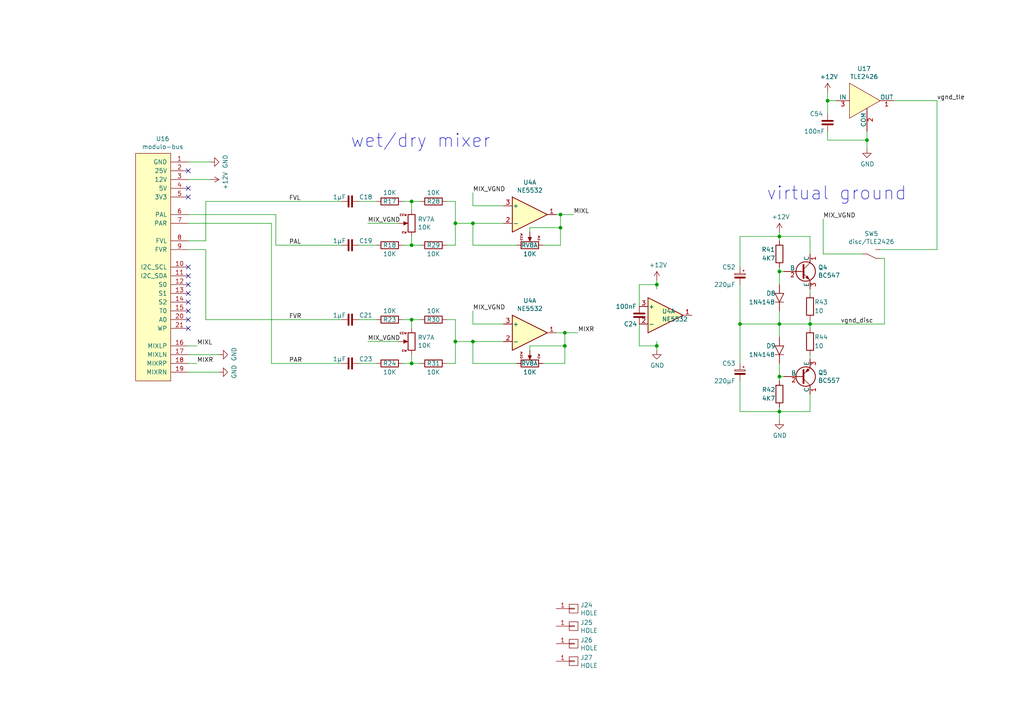
<source format=kicad_sch>
(kicad_sch (version 20211123) (generator eeschema)

  (uuid 0702dee1-f861-4e50-8252-7cb53e6d3259)

  (paper "A4")

  (lib_symbols
    (symbol "myAmp:1N4148" (pin_numbers hide) (pin_names (offset 1.016) hide) (in_bom yes) (on_board yes)
      (property "Reference" "D" (id 0) (at 0 2.54 0)
        (effects (font (size 1.27 1.27)))
      )
      (property "Value" "1N4148" (id 1) (at 0 -2.54 0)
        (effects (font (size 1.27 1.27)))
      )
      (property "Footprint" "" (id 2) (at 0 0 0)
        (effects (font (size 1.27 1.27)) hide)
      )
      (property "Datasheet" "" (id 3) (at 0 0 0)
        (effects (font (size 1.27 1.27)) hide)
      )
      (symbol "1N4148_0_1"
        (polyline
          (pts
            (xy -1.27 1.27)
            (xy -1.27 -1.27)
          )
          (stroke (width 0) (type default) (color 0 0 0 0))
          (fill (type none))
        )
        (polyline
          (pts
            (xy 1.27 1.27)
            (xy 1.27 -1.27)
            (xy -1.27 0)
            (xy 1.27 1.27)
          )
          (stroke (width 0.2032) (type default) (color 0 0 0 0))
          (fill (type none))
        )
      )
      (symbol "1N4148_1_1"
        (pin passive line (at -3.81 0 0) (length 2.54)
          (name "K" (effects (font (size 1.27 1.27))))
          (number "1" (effects (font (size 1.27 1.27))))
        )
        (pin passive line (at 3.81 0 180) (length 2.54)
          (name "A" (effects (font (size 1.27 1.27))))
          (number "2" (effects (font (size 1.27 1.27))))
        )
      )
    )
    (symbol "myAmp:BC547" (pin_names (offset 0)) (in_bom yes) (on_board yes)
      (property "Reference" "Q" (id 0) (at 5.08 1.905 0)
        (effects (font (size 1.27 1.27)) (justify left))
      )
      (property "Value" "BC547" (id 1) (at 5.08 0 0)
        (effects (font (size 1.27 1.27)) (justify left))
      )
      (property "Footprint" "myLib:TO-92_Inline_Wide" (id 2) (at 5.08 -1.905 0)
        (effects (font (size 1.27 1.27) italic) (justify left) hide)
      )
      (property "Datasheet" "" (id 3) (at 0 0 0)
        (effects (font (size 1.27 1.27)) (justify left))
      )
      (symbol "BC547_0_1"
        (polyline
          (pts
            (xy 0 0)
            (xy 0.635 0)
          )
          (stroke (width 0) (type default) (color 0 0 0 0))
          (fill (type none))
        )
        (polyline
          (pts
            (xy 0.635 0.635)
            (xy 2.54 2.54)
          )
          (stroke (width 0) (type default) (color 0 0 0 0))
          (fill (type none))
        )
        (polyline
          (pts
            (xy 0.635 -0.635)
            (xy 2.54 -2.54)
            (xy 2.54 -2.54)
          )
          (stroke (width 0) (type default) (color 0 0 0 0))
          (fill (type none))
        )
        (polyline
          (pts
            (xy 0.635 1.905)
            (xy 0.635 -1.905)
            (xy 0.635 -1.905)
          )
          (stroke (width 0.508) (type default) (color 0 0 0 0))
          (fill (type none))
        )
        (polyline
          (pts
            (xy 1.27 -1.778)
            (xy 1.778 -1.27)
            (xy 2.286 -2.286)
            (xy 1.27 -1.778)
            (xy 1.27 -1.778)
          )
          (stroke (width 0) (type default) (color 0 0 0 0))
          (fill (type outline))
        )
        (circle (center 1.27 0) (radius 2.8194)
          (stroke (width 0.254) (type default) (color 0 0 0 0))
          (fill (type none))
        )
      )
      (symbol "BC547_1_1"
        (pin passive line (at 2.54 5.08 270) (length 2.54)
          (name "C" (effects (font (size 1.27 1.27))))
          (number "1" (effects (font (size 1.27 1.27))))
        )
        (pin input line (at -5.08 0 0) (length 5.08)
          (name "B" (effects (font (size 1.27 1.27))))
          (number "2" (effects (font (size 1.27 1.27))))
        )
        (pin passive line (at 2.54 -5.08 90) (length 2.54)
          (name "E" (effects (font (size 1.27 1.27))))
          (number "3" (effects (font (size 1.27 1.27))))
        )
      )
    )
    (symbol "myAmp:BC557" (pin_names (offset 0)) (in_bom yes) (on_board yes)
      (property "Reference" "Q" (id 0) (at 5.08 1.905 0)
        (effects (font (size 1.27 1.27)) (justify left))
      )
      (property "Value" "BC557" (id 1) (at 5.08 0 0)
        (effects (font (size 1.27 1.27)) (justify left))
      )
      (property "Footprint" "myLib:TO-92_Inline_Wide" (id 2) (at 5.08 -1.905 0)
        (effects (font (size 1.27 1.27) italic) (justify left) hide)
      )
      (property "Datasheet" "" (id 3) (at 0 0 0)
        (effects (font (size 1.27 1.27)) (justify left) hide)
      )
      (symbol "BC557_0_1"
        (polyline
          (pts
            (xy 0.635 0.635)
            (xy 2.54 2.54)
          )
          (stroke (width 0) (type default) (color 0 0 0 0))
          (fill (type none))
        )
        (polyline
          (pts
            (xy 0.635 -0.635)
            (xy 2.54 -2.54)
            (xy 2.54 -2.54)
          )
          (stroke (width 0) (type default) (color 0 0 0 0))
          (fill (type none))
        )
        (polyline
          (pts
            (xy 0.635 1.905)
            (xy 0.635 -1.905)
            (xy 0.635 -1.905)
          )
          (stroke (width 0.508) (type default) (color 0 0 0 0))
          (fill (type none))
        )
        (polyline
          (pts
            (xy 2.286 -1.778)
            (xy 1.778 -2.286)
            (xy 1.27 -1.27)
            (xy 2.286 -1.778)
            (xy 2.286 -1.778)
          )
          (stroke (width 0) (type default) (color 0 0 0 0))
          (fill (type outline))
        )
        (circle (center 1.27 0) (radius 2.8194)
          (stroke (width 0.254) (type default) (color 0 0 0 0))
          (fill (type none))
        )
      )
      (symbol "BC557_1_1"
        (pin passive line (at 2.54 5.08 270) (length 2.54)
          (name "C" (effects (font (size 1.27 1.27))))
          (number "1" (effects (font (size 1.27 1.27))))
        )
        (pin input line (at -5.08 0 0) (length 5.715)
          (name "B" (effects (font (size 1.27 1.27))))
          (number "2" (effects (font (size 1.27 1.27))))
        )
        (pin passive line (at 2.54 -5.08 90) (length 2.54)
          (name "E" (effects (font (size 1.27 1.27))))
          (number "3" (effects (font (size 1.27 1.27))))
        )
      )
    )
    (symbol "myAmp:C" (pin_numbers hide) (pin_names (offset 0.254)) (in_bom yes) (on_board yes)
      (property "Reference" "C" (id 0) (at 0.635 2.54 0)
        (effects (font (size 1.27 1.27)) (justify left))
      )
      (property "Value" "C" (id 1) (at 0.635 -2.54 0)
        (effects (font (size 1.27 1.27)) (justify left))
      )
      (property "Footprint" "" (id 2) (at 0.9652 -3.81 0)
        (effects (font (size 1.27 1.27)) hide)
      )
      (property "Datasheet" "" (id 3) (at 0 0 0)
        (effects (font (size 1.27 1.27)) hide)
      )
      (symbol "C_0_1"
        (polyline
          (pts
            (xy -1.524 -0.508)
            (xy 1.524 -0.508)
          )
          (stroke (width 0.508) (type default) (color 0 0 0 0))
          (fill (type none))
        )
        (polyline
          (pts
            (xy -1.524 0.508)
            (xy 1.524 0.508)
          )
          (stroke (width 0.508) (type default) (color 0 0 0 0))
          (fill (type none))
        )
      )
      (symbol "C_1_1"
        (pin passive line (at 0 2.54 270) (length 1.778)
          (name "~" (effects (font (size 1.27 1.27))))
          (number "1" (effects (font (size 1.27 1.27))))
        )
        (pin passive line (at 0 -2.54 90) (length 1.778)
          (name "~" (effects (font (size 1.27 1.27))))
          (number "2" (effects (font (size 1.27 1.27))))
        )
      )
    )
    (symbol "myAmp:CPOL" (pin_numbers hide) (pin_names (offset 0.254) hide) (in_bom yes) (on_board yes)
      (property "Reference" "C" (id 0) (at 0.254 1.778 0)
        (effects (font (size 1.27 1.27)) (justify left))
      )
      (property "Value" "CPOL" (id 1) (at 0.254 -2.032 0)
        (effects (font (size 1.27 1.27)) (justify left))
      )
      (property "Footprint" "" (id 2) (at 0 0 0)
        (effects (font (size 1.27 1.27)) hide)
      )
      (property "Datasheet" "" (id 3) (at 0 0 0)
        (effects (font (size 1.27 1.27)) hide)
      )
      (symbol "CPOL_0_1"
        (rectangle (start -1.524 -0.3048) (end 1.524 -0.6858)
          (stroke (width 0) (type default) (color 0 0 0 0))
          (fill (type outline))
        )
        (rectangle (start -1.524 0.6858) (end 1.524 0.3048)
          (stroke (width 0) (type default) (color 0 0 0 0))
          (fill (type none))
        )
        (polyline
          (pts
            (xy -1.27 1.524)
            (xy -0.762 1.524)
          )
          (stroke (width 0) (type default) (color 0 0 0 0))
          (fill (type none))
        )
        (polyline
          (pts
            (xy -1.016 1.27)
            (xy -1.016 1.778)
          )
          (stroke (width 0) (type default) (color 0 0 0 0))
          (fill (type none))
        )
      )
      (symbol "CPOL_1_1"
        (pin passive line (at 0 2.54 270) (length 1.8542)
          (name "~" (effects (font (size 1.27 1.27))))
          (number "1" (effects (font (size 1.27 1.27))))
        )
        (pin passive line (at 0 -2.54 90) (length 1.8542)
          (name "~" (effects (font (size 1.27 1.27))))
          (number "2" (effects (font (size 1.27 1.27))))
        )
      )
    )
    (symbol "myAmp:HOLE" (pin_names (offset 1.016) hide) (in_bom yes) (on_board yes)
      (property "Reference" "J" (id 0) (at 0 2.54 0)
        (effects (font (size 1.27 1.27)))
      )
      (property "Value" "HOLE" (id 1) (at 2.54 0 90)
        (effects (font (size 1.27 1.27)))
      )
      (property "Footprint" "" (id 2) (at 0 0 0)
        (effects (font (size 1.27 1.27)) hide)
      )
      (property "Datasheet" "" (id 3) (at 0 0 0)
        (effects (font (size 1.27 1.27)) hide)
      )
      (symbol "HOLE_0_1"
        (rectangle (start -1.27 0.127) (end 0.254 -0.127)
          (stroke (width 0) (type default) (color 0 0 0 0))
          (fill (type none))
        )
        (rectangle (start -1.27 1.27) (end 1.27 -1.27)
          (stroke (width 0) (type default) (color 0 0 0 0))
          (fill (type none))
        )
      )
      (symbol "HOLE_1_1"
        (pin passive line (at -5.08 0 0) (length 3.81)
          (name "P1" (effects (font (size 1.27 1.27))))
          (number "1" (effects (font (size 1.27 1.27))))
        )
      )
    )
    (symbol "myAmp:NE5532" (pin_names (offset 0.127)) (in_bom yes) (on_board yes)
      (property "Reference" "U" (id 0) (at 0 5.08 0)
        (effects (font (size 1.27 1.27)) (justify left))
      )
      (property "Value" "NE5532" (id 1) (at 0 -5.08 0)
        (effects (font (size 1.27 1.27)) (justify left))
      )
      (property "Footprint" "" (id 2) (at 0 0 0)
        (effects (font (size 1.27 1.27)) hide)
      )
      (property "Datasheet" "" (id 3) (at 0 0 0)
        (effects (font (size 1.27 1.27)) hide)
      )
      (property "ki_locked" "" (id 4) (at 0 0 0)
        (effects (font (size 1.27 1.27)))
      )
      (property "ki_fp_filters" "SOIC*3.9x4.9mm*P1.27mm* DIP*W7.62mm* TO*99* OnSemi*Micro8* TSSOP*3x3mm*P0.65mm* TSSOP*4.4x3mm*P0.65mm* MSOP*3x3mm*P0.65mm* SSOP*3.9x4.9mm*P0.635mm* LFCSP*2x2mm*P0.5mm* *SIP* SOIC*5.3x6.2mm*P1.27mm*" (id 5) (at 0 0 0)
        (effects (font (size 1.27 1.27)) hide)
      )
      (symbol "NE5532_1_1"
        (polyline
          (pts
            (xy -5.08 5.08)
            (xy 5.08 0)
            (xy -5.08 -5.08)
            (xy -5.08 5.08)
          )
          (stroke (width 0.254) (type default) (color 0 0 0 0))
          (fill (type background))
        )
        (pin output line (at 7.62 0 180) (length 2.54)
          (name "~" (effects (font (size 1.27 1.27))))
          (number "1" (effects (font (size 1.27 1.27))))
        )
        (pin input line (at -7.62 -2.54 0) (length 2.54)
          (name "-" (effects (font (size 1.27 1.27))))
          (number "2" (effects (font (size 1.27 1.27))))
        )
        (pin input line (at -7.62 2.54 0) (length 2.54)
          (name "+" (effects (font (size 1.27 1.27))))
          (number "3" (effects (font (size 1.27 1.27))))
        )
      )
      (symbol "NE5532_2_1"
        (polyline
          (pts
            (xy -5.08 5.08)
            (xy 5.08 0)
            (xy -5.08 -5.08)
            (xy -5.08 5.08)
          )
          (stroke (width 0.254) (type default) (color 0 0 0 0))
          (fill (type background))
        )
        (pin input line (at -7.62 2.54 0) (length 2.54)
          (name "+" (effects (font (size 1.27 1.27))))
          (number "5" (effects (font (size 1.27 1.27))))
        )
        (pin input line (at -7.62 -2.54 0) (length 2.54)
          (name "-" (effects (font (size 1.27 1.27))))
          (number "6" (effects (font (size 1.27 1.27))))
        )
        (pin output line (at 7.62 0 180) (length 2.54)
          (name "~" (effects (font (size 1.27 1.27))))
          (number "7" (effects (font (size 1.27 1.27))))
        )
      )
      (symbol "NE5532_3_1"
        (pin power_in line (at -2.54 -7.62 90) (length 3.81)
          (name "V-" (effects (font (size 1.27 1.27))))
          (number "4" (effects (font (size 1.27 1.27))))
        )
        (pin power_in line (at -2.54 7.62 270) (length 3.81)
          (name "V+" (effects (font (size 1.27 1.27))))
          (number "8" (effects (font (size 1.27 1.27))))
        )
      )
    )
    (symbol "myAmp:R" (pin_numbers hide) (pin_names (offset 0)) (in_bom yes) (on_board yes)
      (property "Reference" "R" (id 0) (at 2.032 0 90)
        (effects (font (size 1.27 1.27)))
      )
      (property "Value" "R" (id 1) (at 0 0 90)
        (effects (font (size 1.27 1.27)))
      )
      (property "Footprint" "" (id 2) (at -1.778 0 90)
        (effects (font (size 1.27 1.27)) hide)
      )
      (property "Datasheet" "" (id 3) (at 0 0 0)
        (effects (font (size 1.27 1.27)) hide)
      )
      (property "ki_fp_filters" "R_*" (id 4) (at 0 0 0)
        (effects (font (size 1.27 1.27)) hide)
      )
      (symbol "R_0_1"
        (rectangle (start -1.016 -2.54) (end 1.016 2.54)
          (stroke (width 0.254) (type default) (color 0 0 0 0))
          (fill (type none))
        )
      )
      (symbol "R_1_1"
        (pin passive line (at 0 3.81 270) (length 1.27)
          (name "~" (effects (font (size 1.27 1.27))))
          (number "1" (effects (font (size 1.27 1.27))))
        )
        (pin passive line (at 0 -3.81 90) (length 1.27)
          (name "~" (effects (font (size 1.27 1.27))))
          (number "2" (effects (font (size 1.27 1.27))))
        )
      )
    )
    (symbol "myAmp:R_POT_DBL" (pin_numbers hide) (pin_names (offset 1.016) hide) (in_bom yes) (on_board yes)
      (property "Reference" "RV" (id 0) (at 0 6.35 0)
        (effects (font (size 1.27 1.27)))
      )
      (property "Value" "R_POT_DBL" (id 1) (at 0 -6.35 0)
        (effects (font (size 1.27 1.27)))
      )
      (property "Footprint" "" (id 2) (at 0 0 0)
        (effects (font (size 1.27 1.27)) hide)
      )
      (property "Datasheet" "" (id 3) (at 0 0 0)
        (effects (font (size 1.27 1.27)) hide)
      )
      (symbol "R_POT_DBL_0_0"
        (text "ccw" (at 1.27 2.54 0)
          (effects (font (size 0.762 0.762)) (justify left))
        )
        (text "cw" (at 1.27 -2.54 0)
          (effects (font (size 0.762 0.762)) (justify left))
        )
      )
      (symbol "R_POT_DBL_1_1"
        (polyline
          (pts
            (xy 1.143 0)
            (xy 2.286 0.508)
            (xy 2.286 -0.508)
            (xy 1.143 0)
          )
          (stroke (width 0) (type default) (color 0 0 0 0))
          (fill (type outline))
        )
        (rectangle (start 1.016 2.54) (end -1.016 -2.54)
          (stroke (width 0.254) (type default) (color 0 0 0 0))
          (fill (type none))
        )
        (pin passive line (at 0 3.81 270) (length 1.27)
          (name "1" (effects (font (size 1.27 1.27))))
          (number "1" (effects (font (size 1.27 1.27))))
        )
        (pin passive line (at 3.81 0 180) (length 2.032)
          (name "2" (effects (font (size 1.27 1.27))))
          (number "2" (effects (font (size 1.27 1.27))))
        )
        (pin passive line (at 0 -3.81 90) (length 1.27)
          (name "3" (effects (font (size 1.27 1.27))))
          (number "3" (effects (font (size 1.27 1.27))))
        )
      )
      (symbol "R_POT_DBL_2_1"
        (polyline
          (pts
            (xy 1.143 0)
            (xy 2.286 0.508)
            (xy 2.286 -0.508)
            (xy 1.143 0)
          )
          (stroke (width 0) (type default) (color 0 0 0 0))
          (fill (type outline))
        )
        (rectangle (start 1.016 2.54) (end -1.016 -2.54)
          (stroke (width 0.254) (type default) (color 0 0 0 0))
          (fill (type none))
        )
        (pin passive line (at 0 3.81 270) (length 1.27)
          (name "1" (effects (font (size 1.27 1.27))))
          (number "4" (effects (font (size 1.27 1.27))))
        )
        (pin passive line (at 3.81 0 180) (length 2.032)
          (name "2" (effects (font (size 1.27 1.27))))
          (number "5" (effects (font (size 1.27 1.27))))
        )
        (pin passive line (at 0 -3.81 90) (length 1.27)
          (name "3" (effects (font (size 1.27 1.27))))
          (number "6" (effects (font (size 1.27 1.27))))
        )
      )
    )
    (symbol "myAmp:SW_SPDT" (pin_numbers hide) (pin_names (offset 1.016)) (in_bom yes) (on_board yes)
      (property "Reference" "SW" (id 0) (at 0 -3.81 0)
        (effects (font (size 1.27 1.27)))
      )
      (property "Value" "SW_SPDT" (id 1) (at 0 3.81 0)
        (effects (font (size 1.27 1.27)))
      )
      (property "Footprint" "" (id 2) (at 0 0 0)
        (effects (font (size 1.27 1.27)) hide)
      )
      (property "Datasheet" "" (id 3) (at 0 0 0)
        (effects (font (size 1.27 1.27)) hide)
      )
      (symbol "SW_SPDT_0_1"
        (polyline
          (pts
            (xy -1.27 0)
            (xy 1.27 1.27)
          )
          (stroke (width 0) (type default) (color 0 0 0 0))
          (fill (type none))
        )
      )
      (symbol "SW_SPDT_1_1"
        (pin passive line (at 2.54 1.27 180) (length 1.27)
          (name "~" (effects (font (size 1.27 1.27))))
          (number "1" (effects (font (size 1.27 1.27))))
        )
        (pin passive line (at -2.54 0 0) (length 1.27)
          (name "~" (effects (font (size 1.27 1.27))))
          (number "2" (effects (font (size 1.27 1.27))))
        )
        (pin passive line (at 2.54 -1.27 180) (length 1.27)
          (name "~" (effects (font (size 1.27 1.27))))
          (number "3" (effects (font (size 1.27 1.27))))
        )
      )
    )
    (symbol "myAmp:TL072" (pin_names (offset 0.127)) (in_bom yes) (on_board yes)
      (property "Reference" "U" (id 0) (at 0 5.08 0)
        (effects (font (size 1.27 1.27)) (justify left))
      )
      (property "Value" "TL072" (id 1) (at 0 -5.08 0)
        (effects (font (size 1.27 1.27)) (justify left))
      )
      (property "Footprint" "" (id 2) (at 0 0 0)
        (effects (font (size 1.27 1.27)) hide)
      )
      (property "Datasheet" "" (id 3) (at 0 0 0)
        (effects (font (size 1.27 1.27)) hide)
      )
      (property "ki_locked" "" (id 4) (at 0 0 0)
        (effects (font (size 1.27 1.27)))
      )
      (property "ki_fp_filters" "SOIC*3.9x4.9mm*P1.27mm* DIP*W7.62mm* TO*99* OnSemi*Micro8* TSSOP*3x3mm*P0.65mm* TSSOP*4.4x3mm*P0.65mm* MSOP*3x3mm*P0.65mm* SSOP*3.9x4.9mm*P0.635mm* LFCSP*2x2mm*P0.5mm* *SIP* SOIC*5.3x6.2mm*P1.27mm*" (id 5) (at 0 0 0)
        (effects (font (size 1.27 1.27)) hide)
      )
      (symbol "TL072_1_1"
        (polyline
          (pts
            (xy -5.08 5.08)
            (xy 5.08 0)
            (xy -5.08 -5.08)
            (xy -5.08 5.08)
          )
          (stroke (width 0.254) (type default) (color 0 0 0 0))
          (fill (type background))
        )
        (pin output line (at 7.62 0 180) (length 2.54)
          (name "~" (effects (font (size 1.27 1.27))))
          (number "1" (effects (font (size 1.27 1.27))))
        )
        (pin input line (at -7.62 -2.54 0) (length 2.54)
          (name "-" (effects (font (size 1.27 1.27))))
          (number "2" (effects (font (size 1.27 1.27))))
        )
        (pin input line (at -7.62 2.54 0) (length 2.54)
          (name "+" (effects (font (size 1.27 1.27))))
          (number "3" (effects (font (size 1.27 1.27))))
        )
      )
      (symbol "TL072_2_1"
        (polyline
          (pts
            (xy -5.08 5.08)
            (xy 5.08 0)
            (xy -5.08 -5.08)
            (xy -5.08 5.08)
          )
          (stroke (width 0.254) (type default) (color 0 0 0 0))
          (fill (type background))
        )
        (pin input line (at -7.62 2.54 0) (length 2.54)
          (name "+" (effects (font (size 1.27 1.27))))
          (number "5" (effects (font (size 1.27 1.27))))
        )
        (pin input line (at -7.62 -2.54 0) (length 2.54)
          (name "-" (effects (font (size 1.27 1.27))))
          (number "6" (effects (font (size 1.27 1.27))))
        )
        (pin output line (at 7.62 0 180) (length 2.54)
          (name "~" (effects (font (size 1.27 1.27))))
          (number "7" (effects (font (size 1.27 1.27))))
        )
      )
      (symbol "TL072_3_1"
        (pin power_in line (at -2.54 -7.62 90) (length 3.81)
          (name "V-" (effects (font (size 1.27 1.27))))
          (number "4" (effects (font (size 1.27 1.27))))
        )
        (pin power_in line (at -2.54 7.62 270) (length 3.81)
          (name "V+" (effects (font (size 1.27 1.27))))
          (number "8" (effects (font (size 1.27 1.27))))
        )
      )
    )
    (symbol "myAmp:TLE2426" (pin_names (offset 0)) (in_bom yes) (on_board yes)
      (property "Reference" "U" (id 0) (at -6.35 -6.35 0)
        (effects (font (size 1.27 1.27)))
      )
      (property "Value" "TLE2426" (id 1) (at 1.27 5.08 0)
        (effects (font (size 1.27 1.27)))
      )
      (property "Footprint" "" (id 2) (at -15.24 -5.08 0)
        (effects (font (size 1.27 1.27)) hide)
      )
      (property "Datasheet" "" (id 3) (at -15.24 -5.08 0)
        (effects (font (size 1.27 1.27)) hide)
      )
      (symbol "TLE2426_0_1"
        (polyline
          (pts
            (xy -5.08 5.08)
            (xy -5.08 -5.08)
            (xy 3.81 0)
            (xy -5.08 5.08)
          )
          (stroke (width 0) (type default) (color 0 0 0 0))
          (fill (type background))
        )
      )
      (symbol "TLE2426_1_1"
        (pin input line (at 7.62 0 180) (length 3.81)
          (name "OUT" (effects (font (size 1.27 1.27))))
          (number "1" (effects (font (size 1.27 1.27))))
        )
        (pin input line (at 0 -8.89 90) (length 6.7056)
          (name "COM" (effects (font (size 1.27 1.27))))
          (number "2" (effects (font (size 1.27 1.27))))
        )
        (pin input line (at -8.89 0 0) (length 3.81)
          (name "IN" (effects (font (size 1.27 1.27))))
          (number "3" (effects (font (size 1.27 1.27))))
        )
      )
    )
    (symbol "myAmp:modulo-bus" (pin_names (offset 1.016)) (in_bom yes) (on_board yes)
      (property "Reference" "U" (id 0) (at 1.27 30.48 0)
        (effects (font (size 1.27 1.27)))
      )
      (property "Value" "modulo-bus" (id 1) (at 1.27 -38.1 0)
        (effects (font (size 1.27 1.27)))
      )
      (property "Footprint" "myAmp:modulo-bus" (id 2) (at 5.08 17.78 90)
        (effects (font (size 1.27 1.27)) hide)
      )
      (property "Datasheet" "" (id 3) (at -8.89 13.97 0)
        (effects (font (size 1.27 1.27)) hide)
      )
      (symbol "modulo-bus_0_1"
        (rectangle (start -3.81 29.21) (end 6.35 -36.83)
          (stroke (width 0) (type default) (color 0 0 0 0))
          (fill (type background))
        )
      )
      (symbol "modulo-bus_1_1"
        (pin input line (at -8.89 26.67 0) (length 5.08)
          (name "GND" (effects (font (size 1.27 1.27))))
          (number "1" (effects (font (size 1.27 1.27))))
        )
        (pin input line (at -8.89 -3.81 0) (length 5.08)
          (name "I2C_SCL" (effects (font (size 1.27 1.27))))
          (number "10" (effects (font (size 1.27 1.27))))
        )
        (pin input line (at -8.89 -6.35 0) (length 5.08)
          (name "I2C_SDA" (effects (font (size 1.27 1.27))))
          (number "11" (effects (font (size 1.27 1.27))))
        )
        (pin input line (at -8.89 -8.89 0) (length 5.08)
          (name "S0" (effects (font (size 1.27 1.27))))
          (number "12" (effects (font (size 1.27 1.27))))
        )
        (pin input line (at -8.89 -11.43 0) (length 5.08)
          (name "S1" (effects (font (size 1.27 1.27))))
          (number "13" (effects (font (size 1.27 1.27))))
        )
        (pin input line (at -8.89 -13.97 0) (length 5.08)
          (name "S2" (effects (font (size 1.27 1.27))))
          (number "14" (effects (font (size 1.27 1.27))))
        )
        (pin input line (at -8.89 -16.51 0) (length 5.08)
          (name "T0" (effects (font (size 1.27 1.27))))
          (number "15" (effects (font (size 1.27 1.27))))
        )
        (pin input line (at -8.89 -26.67 0) (length 5.08)
          (name "MIXLP" (effects (font (size 1.27 1.27))))
          (number "16" (effects (font (size 1.27 1.27))))
        )
        (pin input line (at -8.89 -29.21 0) (length 5.08)
          (name "MIXLN" (effects (font (size 1.27 1.27))))
          (number "17" (effects (font (size 1.27 1.27))))
        )
        (pin input line (at -8.89 -31.75 0) (length 5.08)
          (name "MIXRP" (effects (font (size 1.27 1.27))))
          (number "18" (effects (font (size 1.27 1.27))))
        )
        (pin input line (at -8.89 -34.29 0) (length 5.08)
          (name "MIXRN" (effects (font (size 1.27 1.27))))
          (number "19" (effects (font (size 1.27 1.27))))
        )
        (pin input line (at -8.89 24.13 0) (length 5.08)
          (name "25V" (effects (font (size 1.27 1.27))))
          (number "2" (effects (font (size 1.27 1.27))))
        )
        (pin input line (at -8.89 -19.05 0) (length 5.08)
          (name "A0" (effects (font (size 1.27 1.27))))
          (number "20" (effects (font (size 1.27 1.27))))
        )
        (pin input line (at -8.89 -21.59 0) (length 5.08)
          (name "WP" (effects (font (size 1.27 1.27))))
          (number "21" (effects (font (size 1.27 1.27))))
        )
        (pin input line (at -8.89 21.59 0) (length 5.08)
          (name "12V" (effects (font (size 1.27 1.27))))
          (number "3" (effects (font (size 1.27 1.27))))
        )
        (pin input line (at -8.89 19.05 0) (length 5.08)
          (name "5V" (effects (font (size 1.27 1.27))))
          (number "4" (effects (font (size 1.27 1.27))))
        )
        (pin input line (at -8.89 16.51 0) (length 5.08)
          (name "3V3" (effects (font (size 1.27 1.27))))
          (number "5" (effects (font (size 1.27 1.27))))
        )
        (pin input line (at -8.89 11.43 0) (length 5.08)
          (name "PAL" (effects (font (size 1.27 1.27))))
          (number "6" (effects (font (size 1.27 1.27))))
        )
        (pin input line (at -8.89 8.89 0) (length 5.08)
          (name "PAR" (effects (font (size 1.27 1.27))))
          (number "7" (effects (font (size 1.27 1.27))))
        )
        (pin input line (at -8.89 3.81 0) (length 5.08)
          (name "FVL" (effects (font (size 1.27 1.27))))
          (number "8" (effects (font (size 1.27 1.27))))
        )
        (pin input line (at -8.89 1.27 0) (length 5.08)
          (name "FVR" (effects (font (size 1.27 1.27))))
          (number "9" (effects (font (size 1.27 1.27))))
        )
      )
    )
    (symbol "power:+12V" (power) (pin_names (offset 0)) (in_bom yes) (on_board yes)
      (property "Reference" "#PWR" (id 0) (at 0 -3.81 0)
        (effects (font (size 1.27 1.27)) hide)
      )
      (property "Value" "+12V" (id 1) (at 0 3.556 0)
        (effects (font (size 1.27 1.27)))
      )
      (property "Footprint" "" (id 2) (at 0 0 0)
        (effects (font (size 1.27 1.27)) hide)
      )
      (property "Datasheet" "" (id 3) (at 0 0 0)
        (effects (font (size 1.27 1.27)) hide)
      )
      (property "ki_keywords" "power-flag" (id 4) (at 0 0 0)
        (effects (font (size 1.27 1.27)) hide)
      )
      (property "ki_description" "Power symbol creates a global label with name \"+12V\"" (id 5) (at 0 0 0)
        (effects (font (size 1.27 1.27)) hide)
      )
      (symbol "+12V_0_1"
        (polyline
          (pts
            (xy -0.762 1.27)
            (xy 0 2.54)
          )
          (stroke (width 0) (type default) (color 0 0 0 0))
          (fill (type none))
        )
        (polyline
          (pts
            (xy 0 0)
            (xy 0 2.54)
          )
          (stroke (width 0) (type default) (color 0 0 0 0))
          (fill (type none))
        )
        (polyline
          (pts
            (xy 0 2.54)
            (xy 0.762 1.27)
          )
          (stroke (width 0) (type default) (color 0 0 0 0))
          (fill (type none))
        )
      )
      (symbol "+12V_1_1"
        (pin power_in line (at 0 0 90) (length 0) hide
          (name "+12V" (effects (font (size 1.27 1.27))))
          (number "1" (effects (font (size 1.27 1.27))))
        )
      )
    )
    (symbol "power:GND" (power) (pin_names (offset 0)) (in_bom yes) (on_board yes)
      (property "Reference" "#PWR" (id 0) (at 0 -6.35 0)
        (effects (font (size 1.27 1.27)) hide)
      )
      (property "Value" "GND" (id 1) (at 0 -3.81 0)
        (effects (font (size 1.27 1.27)))
      )
      (property "Footprint" "" (id 2) (at 0 0 0)
        (effects (font (size 1.27 1.27)) hide)
      )
      (property "Datasheet" "" (id 3) (at 0 0 0)
        (effects (font (size 1.27 1.27)) hide)
      )
      (property "ki_keywords" "power-flag" (id 4) (at 0 0 0)
        (effects (font (size 1.27 1.27)) hide)
      )
      (property "ki_description" "Power symbol creates a global label with name \"GND\" , ground" (id 5) (at 0 0 0)
        (effects (font (size 1.27 1.27)) hide)
      )
      (symbol "GND_0_1"
        (polyline
          (pts
            (xy 0 0)
            (xy 0 -1.27)
            (xy 1.27 -1.27)
            (xy 0 -2.54)
            (xy -1.27 -1.27)
            (xy 0 -1.27)
          )
          (stroke (width 0) (type default) (color 0 0 0 0))
          (fill (type none))
        )
      )
      (symbol "GND_1_1"
        (pin power_in line (at 0 0 270) (length 0) hide
          (name "GND" (effects (font (size 1.27 1.27))))
          (number "1" (effects (font (size 1.27 1.27))))
        )
      )
    )
  )

  (junction (at 226.06 93.98) (diameter 0) (color 0 0 0 0)
    (uuid 0efd1d50-7b5d-4474-bb4a-713a4d292d54)
  )
  (junction (at 226.06 68.58) (diameter 0) (color 0 0 0 0)
    (uuid 129e252f-9fe8-4656-9e33-eb464a22a280)
  )
  (junction (at 190.5 100.33) (diameter 0) (color 0 0 0 0)
    (uuid 21dbf739-195a-41eb-a010-3ab734d0ed32)
  )
  (junction (at 137.16 99.06) (diameter 0) (color 0 0 0 0)
    (uuid 2a7e2a20-4c4a-4b0e-9d71-89965e2081a8)
  )
  (junction (at 132.08 64.77) (diameter 0) (color 0 0 0 0)
    (uuid 2e5d3ab8-b68c-4b59-bdd1-f894fad8dda7)
  )
  (junction (at 251.46 40.64) (diameter 0) (color 0 0 0 0)
    (uuid 44a8eceb-d6a8-40b8-873d-b3d3116a2d8a)
  )
  (junction (at 226.06 109.22) (diameter 0) (color 0 0 0 0)
    (uuid 4ac19122-2534-4c2b-833b-1fdaad10536f)
  )
  (junction (at 162.56 66.04) (diameter 0) (color 0 0 0 0)
    (uuid 51b52f9a-eb87-4a9b-a404-e36eea1d2bd5)
  )
  (junction (at 214.63 93.98) (diameter 0) (color 0 0 0 0)
    (uuid 5b498dae-eb35-4f19-b2e7-6d52f1efe6e6)
  )
  (junction (at 226.06 119.38) (diameter 0) (color 0 0 0 0)
    (uuid 7772cb60-3a36-48fa-8e5f-f06e28e08dd8)
  )
  (junction (at 163.83 100.33) (diameter 0) (color 0 0 0 0)
    (uuid 7f9381c1-f49f-4787-b85d-e2dbde8b95d7)
  )
  (junction (at 234.95 93.98) (diameter 0) (color 0 0 0 0)
    (uuid 8c044747-6f51-4298-b058-074814831f90)
  )
  (junction (at 132.08 99.06) (diameter 0) (color 0 0 0 0)
    (uuid b02f6423-1a09-47dc-9704-077bacf2b269)
  )
  (junction (at 226.06 78.74) (diameter 0) (color 0 0 0 0)
    (uuid b7bfe5e0-662c-4d49-b30c-634f732f9425)
  )
  (junction (at 119.38 58.42) (diameter 0) (color 0 0 0 0)
    (uuid bd7aa977-0679-474b-8d61-d81fd6aed2f9)
  )
  (junction (at 119.38 71.12) (diameter 0) (color 0 0 0 0)
    (uuid bff71930-d437-4ec7-9c82-2227cb83239a)
  )
  (junction (at 190.5 82.55) (diameter 0) (color 0 0 0 0)
    (uuid cd1ad6f7-f841-4643-bb04-2e14949559d5)
  )
  (junction (at 137.16 64.77) (diameter 0) (color 0 0 0 0)
    (uuid d23abf19-3ccc-4587-b532-3bf42810e2c3)
  )
  (junction (at 162.56 62.23) (diameter 0) (color 0 0 0 0)
    (uuid d9deaa70-6ec1-41ec-9c0b-39fff683ed85)
  )
  (junction (at 240.03 29.21) (diameter 0) (color 0 0 0 0)
    (uuid def60589-179c-4f0b-b57f-c2654cc8e681)
  )
  (junction (at 119.38 105.41) (diameter 0) (color 0 0 0 0)
    (uuid e7dbd80b-d767-453a-b151-7484b5a72206)
  )
  (junction (at 119.38 92.71) (diameter 0) (color 0 0 0 0)
    (uuid fc429a50-a0c7-46e0-83ea-3e5edfb07375)
  )
  (junction (at 163.83 96.52) (diameter 0) (color 0 0 0 0)
    (uuid fdc7e026-da66-4fc7-9082-2c74f60fcb90)
  )

  (no_connect (at 54.61 49.53) (uuid 11038c1d-3687-41b7-98df-b02283346610))
  (no_connect (at 54.61 90.17) (uuid 320140ae-07ca-45ec-bef2-521775742a7f))
  (no_connect (at 54.61 77.47) (uuid 5474e6c4-1789-413d-961a-df6e53e8a5cc))
  (no_connect (at 54.61 95.25) (uuid 710a902c-a359-4d20-89a3-7c2b1217c470))
  (no_connect (at 54.61 85.09) (uuid 798737b0-aca5-44d0-9004-ffe1e0382ecd))
  (no_connect (at 54.61 54.61) (uuid 884309f3-39e9-400b-b6f7-438c778eb3a0))
  (no_connect (at 54.61 92.71) (uuid afab620e-a3be-4e12-8ebf-ddfc2f63edd4))
  (no_connect (at 54.61 80.01) (uuid c913de79-05e6-41a8-a234-ade85fcb9d70))
  (no_connect (at 54.61 82.55) (uuid ca96ea31-ac7f-4564-a08d-646fb7374aeb))
  (no_connect (at 54.61 57.15) (uuid d8030c17-a52e-455f-9206-97d3002c4f2d))
  (no_connect (at 54.61 87.63) (uuid fbdd3877-ffe2-40a6-82bf-ec141174471c))

  (wire (pts (xy 234.95 102.87) (xy 234.95 104.14))
    (stroke (width 0) (type default) (color 0 0 0 0))
    (uuid 00e705f0-b907-4ed3-864c-90f17d029200)
  )
  (wire (pts (xy 226.06 93.98) (xy 234.95 93.98))
    (stroke (width 0) (type default) (color 0 0 0 0))
    (uuid 020ec23b-4b68-4eff-bbce-232569715ea6)
  )
  (wire (pts (xy 119.38 102.87) (xy 119.38 105.41))
    (stroke (width 0) (type default) (color 0 0 0 0))
    (uuid 0954af47-7237-436b-a5c3-adbe93a56819)
  )
  (wire (pts (xy 119.38 92.71) (xy 116.84 92.71))
    (stroke (width 0) (type default) (color 0 0 0 0))
    (uuid 0be6aa73-0585-4a81-a074-3cea864d55e2)
  )
  (wire (pts (xy 240.03 29.21) (xy 240.03 33.02))
    (stroke (width 0) (type default) (color 0 0 0 0))
    (uuid 0ceea659-b2f7-418b-a0f6-fd205a209a92)
  )
  (wire (pts (xy 137.16 64.77) (xy 146.05 64.77))
    (stroke (width 0) (type default) (color 0 0 0 0))
    (uuid 0f3eadea-c838-4298-a441-1b94a5768093)
  )
  (wire (pts (xy 78.74 64.77) (xy 78.74 105.41))
    (stroke (width 0) (type default) (color 0 0 0 0))
    (uuid 0f8fc27f-630b-4343-ba58-315933dd3aa3)
  )
  (wire (pts (xy 226.06 78.74) (xy 226.06 82.55))
    (stroke (width 0) (type default) (color 0 0 0 0))
    (uuid 1526cdae-300d-4efe-ac6c-4501232b31fb)
  )
  (wire (pts (xy 185.42 93.98) (xy 185.42 100.33))
    (stroke (width 0) (type default) (color 0 0 0 0))
    (uuid 1d5dd387-4f70-4c11-b1a3-f6e6760c186d)
  )
  (wire (pts (xy 132.08 99.06) (xy 137.16 99.06))
    (stroke (width 0) (type default) (color 0 0 0 0))
    (uuid 1e954985-0aa5-46e4-85d2-c6f33a4b3871)
  )
  (wire (pts (xy 214.63 93.98) (xy 226.06 93.98))
    (stroke (width 0) (type default) (color 0 0 0 0))
    (uuid 2208cedd-52b1-4065-af80-08df08515045)
  )
  (wire (pts (xy 59.69 72.39) (xy 54.61 72.39))
    (stroke (width 0) (type default) (color 0 0 0 0))
    (uuid 232f00ef-71c8-4a1d-bad3-2872cab8c14d)
  )
  (wire (pts (xy 59.69 58.42) (xy 99.06 58.42))
    (stroke (width 0) (type default) (color 0 0 0 0))
    (uuid 25854ac8-4e1c-4b0e-a82a-fdd3b767f562)
  )
  (wire (pts (xy 153.67 67.31) (xy 153.67 66.04))
    (stroke (width 0) (type default) (color 0 0 0 0))
    (uuid 2762364a-7f62-4fcb-a44b-9ec4a07010df)
  )
  (wire (pts (xy 129.54 58.42) (xy 132.08 58.42))
    (stroke (width 0) (type default) (color 0 0 0 0))
    (uuid 2a77a72e-d058-40b9-a6e8-cfe4c97e7ab1)
  )
  (wire (pts (xy 116.84 105.41) (xy 119.38 105.41))
    (stroke (width 0) (type default) (color 0 0 0 0))
    (uuid 2d0a5489-559d-4802-8bbc-8c77dc7c00f3)
  )
  (wire (pts (xy 251.46 38.1) (xy 251.46 40.64))
    (stroke (width 0) (type default) (color 0 0 0 0))
    (uuid 2f01f198-eb92-469a-97f2-d957de25ca41)
  )
  (wire (pts (xy 119.38 105.41) (xy 121.92 105.41))
    (stroke (width 0) (type default) (color 0 0 0 0))
    (uuid 317e242a-fc94-41fd-8e86-30d2c1650759)
  )
  (wire (pts (xy 190.5 82.55) (xy 190.5 83.82))
    (stroke (width 0) (type default) (color 0 0 0 0))
    (uuid 3212fb31-6c72-4476-a39a-a9c0b82ecb0b)
  )
  (wire (pts (xy 132.08 99.06) (xy 132.08 105.41))
    (stroke (width 0) (type default) (color 0 0 0 0))
    (uuid 333d9e10-e219-42f3-849b-d5ddd5623af9)
  )
  (wire (pts (xy 162.56 66.04) (xy 162.56 71.12))
    (stroke (width 0) (type default) (color 0 0 0 0))
    (uuid 34be3258-1216-4434-84a1-ac0d1b4e9247)
  )
  (wire (pts (xy 226.06 93.98) (xy 226.06 97.79))
    (stroke (width 0) (type default) (color 0 0 0 0))
    (uuid 3532dee9-6e3a-45a8-875d-a70e3d243b65)
  )
  (wire (pts (xy 162.56 62.23) (xy 162.56 66.04))
    (stroke (width 0) (type default) (color 0 0 0 0))
    (uuid 36e783d5-9ae1-4da1-b87d-c4c3d6925974)
  )
  (wire (pts (xy 226.06 68.58) (xy 214.63 68.58))
    (stroke (width 0) (type default) (color 0 0 0 0))
    (uuid 380a782e-d822-45e4-a94c-87ef04c96db5)
  )
  (wire (pts (xy 104.14 58.42) (xy 109.22 58.42))
    (stroke (width 0) (type default) (color 0 0 0 0))
    (uuid 384f7937-c989-48ca-815c-ca9cd9549604)
  )
  (wire (pts (xy 251.46 40.64) (xy 251.46 43.18))
    (stroke (width 0) (type default) (color 0 0 0 0))
    (uuid 3b1572fc-55b4-4f7a-b0b6-2cdb9220b9d1)
  )
  (wire (pts (xy 271.78 72.39) (xy 255.27 72.39))
    (stroke (width 0) (type default) (color 0 0 0 0))
    (uuid 3f8719e7-fd27-4a24-95d2-a9aa24bd4a5f)
  )
  (wire (pts (xy 119.38 95.25) (xy 119.38 92.71))
    (stroke (width 0) (type default) (color 0 0 0 0))
    (uuid 3fc3f1e0-bafe-4f2a-a688-2cab5ab918f6)
  )
  (wire (pts (xy 80.01 71.12) (xy 80.01 62.23))
    (stroke (width 0) (type default) (color 0 0 0 0))
    (uuid 40a67470-8243-444b-80a9-2ad7d88ae832)
  )
  (wire (pts (xy 226.06 118.11) (xy 226.06 119.38))
    (stroke (width 0) (type default) (color 0 0 0 0))
    (uuid 4157137b-f00d-4586-9624-8d7e2e77d3c8)
  )
  (wire (pts (xy 59.69 69.85) (xy 54.61 69.85))
    (stroke (width 0) (type default) (color 0 0 0 0))
    (uuid 42d7e76e-0c54-484b-9a2c-a6f00d6781b0)
  )
  (wire (pts (xy 157.48 71.12) (xy 162.56 71.12))
    (stroke (width 0) (type default) (color 0 0 0 0))
    (uuid 431b662a-2cf2-490e-b264-a23ba33824ec)
  )
  (wire (pts (xy 240.03 38.1) (xy 240.03 40.64))
    (stroke (width 0) (type default) (color 0 0 0 0))
    (uuid 46e11222-3269-4695-86d8-658906707703)
  )
  (wire (pts (xy 137.16 59.69) (xy 146.05 59.69))
    (stroke (width 0) (type default) (color 0 0 0 0))
    (uuid 47305f48-1ea6-4c55-96df-62d81941f6fe)
  )
  (wire (pts (xy 115.57 64.77) (xy 106.68 64.77))
    (stroke (width 0) (type default) (color 0 0 0 0))
    (uuid 4a724030-d669-414b-a7ff-7fa548fedcb0)
  )
  (wire (pts (xy 137.16 99.06) (xy 137.16 105.41))
    (stroke (width 0) (type default) (color 0 0 0 0))
    (uuid 4dd70f95-498a-417d-b014-1312e4b640ff)
  )
  (wire (pts (xy 119.38 71.12) (xy 121.92 71.12))
    (stroke (width 0) (type default) (color 0 0 0 0))
    (uuid 51922447-0f45-435c-b8a0-d8ab8fabb438)
  )
  (wire (pts (xy 153.67 66.04) (xy 162.56 66.04))
    (stroke (width 0) (type default) (color 0 0 0 0))
    (uuid 53907a33-96d9-4658-bd39-fbdd6cafef4e)
  )
  (wire (pts (xy 163.83 96.52) (xy 167.64 96.52))
    (stroke (width 0) (type default) (color 0 0 0 0))
    (uuid 552e4b00-57d0-46de-9c65-1888a3e2b7d2)
  )
  (wire (pts (xy 240.03 26.67) (xy 240.03 29.21))
    (stroke (width 0) (type default) (color 0 0 0 0))
    (uuid 5d8327df-3d10-4a58-8605-8c2d03a7ea2e)
  )
  (wire (pts (xy 132.08 71.12) (xy 129.54 71.12))
    (stroke (width 0) (type default) (color 0 0 0 0))
    (uuid 61d13227-ea38-4175-a5c0-8f75a3d5765d)
  )
  (wire (pts (xy 60.96 52.07) (xy 54.61 52.07))
    (stroke (width 0) (type default) (color 0 0 0 0))
    (uuid 630c5955-66ca-483a-9f58-9858788937b4)
  )
  (wire (pts (xy 137.16 99.06) (xy 146.05 99.06))
    (stroke (width 0) (type default) (color 0 0 0 0))
    (uuid 65dc78f6-b655-4175-8e85-57065401ab91)
  )
  (wire (pts (xy 54.61 64.77) (xy 78.74 64.77))
    (stroke (width 0) (type default) (color 0 0 0 0))
    (uuid 669d8874-6f63-4378-a3dd-ebb46fe3658a)
  )
  (wire (pts (xy 80.01 71.12) (xy 99.06 71.12))
    (stroke (width 0) (type default) (color 0 0 0 0))
    (uuid 66d1db40-d85a-4eea-9cce-685976c8af55)
  )
  (wire (pts (xy 137.16 71.12) (xy 149.86 71.12))
    (stroke (width 0) (type default) (color 0 0 0 0))
    (uuid 67ca95c5-3f12-4820-be7b-08f81e21f7df)
  )
  (wire (pts (xy 234.95 92.71) (xy 234.95 93.98))
    (stroke (width 0) (type default) (color 0 0 0 0))
    (uuid 6dc966bc-2ab4-485a-8775-1b6a82af49c3)
  )
  (wire (pts (xy 54.61 107.95) (xy 63.5 107.95))
    (stroke (width 0) (type default) (color 0 0 0 0))
    (uuid 6eba0eb7-a2e2-4201-b6f9-12f23b664d6d)
  )
  (wire (pts (xy 119.38 58.42) (xy 116.84 58.42))
    (stroke (width 0) (type default) (color 0 0 0 0))
    (uuid 71c40540-5eb3-4635-a2af-1b72a7c74567)
  )
  (wire (pts (xy 271.78 29.21) (xy 271.78 72.39))
    (stroke (width 0) (type default) (color 0 0 0 0))
    (uuid 72d734d9-ccf2-4872-b96a-0c163b46869f)
  )
  (wire (pts (xy 255.27 74.93) (xy 256.54 74.93))
    (stroke (width 0) (type default) (color 0 0 0 0))
    (uuid 72e32a2d-6d54-4c08-8135-8a9c14a6b016)
  )
  (wire (pts (xy 226.06 105.41) (xy 226.06 109.22))
    (stroke (width 0) (type default) (color 0 0 0 0))
    (uuid 740b4856-0bd7-488a-ad46-1775858428b0)
  )
  (wire (pts (xy 78.74 105.41) (xy 99.06 105.41))
    (stroke (width 0) (type default) (color 0 0 0 0))
    (uuid 74dc74ce-18f5-4d60-a2e9-512c9ae00932)
  )
  (wire (pts (xy 190.5 101.6) (xy 190.5 100.33))
    (stroke (width 0) (type default) (color 0 0 0 0))
    (uuid 75e54a73-a71d-4649-833f-7b284b918c88)
  )
  (wire (pts (xy 104.14 105.41) (xy 109.22 105.41))
    (stroke (width 0) (type default) (color 0 0 0 0))
    (uuid 76dae727-353e-4f91-9d94-f9b137662b92)
  )
  (wire (pts (xy 185.42 82.55) (xy 190.5 82.55))
    (stroke (width 0) (type default) (color 0 0 0 0))
    (uuid 7ad6feb3-63ea-46ec-b067-a29f12685067)
  )
  (wire (pts (xy 161.29 62.23) (xy 162.56 62.23))
    (stroke (width 0) (type default) (color 0 0 0 0))
    (uuid 7af3e41d-a450-4bc2-8122-31f20ff1e979)
  )
  (wire (pts (xy 214.63 82.55) (xy 214.63 93.98))
    (stroke (width 0) (type default) (color 0 0 0 0))
    (uuid 7b12b736-ad29-47eb-b281-a3a976ad5517)
  )
  (wire (pts (xy 161.29 96.52) (xy 163.83 96.52))
    (stroke (width 0) (type default) (color 0 0 0 0))
    (uuid 7b132c6a-aeef-472a-9d82-3f8386b08fe7)
  )
  (wire (pts (xy 80.01 62.23) (xy 54.61 62.23))
    (stroke (width 0) (type default) (color 0 0 0 0))
    (uuid 7e1b52cc-6e4b-495f-81a1-6faa51e37c23)
  )
  (wire (pts (xy 153.67 101.6) (xy 153.67 100.33))
    (stroke (width 0) (type default) (color 0 0 0 0))
    (uuid 8222bc29-b9b9-47be-8f2a-b26675569b60)
  )
  (wire (pts (xy 214.63 105.41) (xy 214.63 93.98))
    (stroke (width 0) (type default) (color 0 0 0 0))
    (uuid 83afb5bc-8596-4eba-a75e-6a5696c49767)
  )
  (wire (pts (xy 226.06 109.22) (xy 226.06 110.49))
    (stroke (width 0) (type default) (color 0 0 0 0))
    (uuid 85e7d2c9-6ecc-4461-bc75-95ae7df335ac)
  )
  (wire (pts (xy 153.67 100.33) (xy 163.83 100.33))
    (stroke (width 0) (type default) (color 0 0 0 0))
    (uuid 85fa14b5-de9e-479c-9db3-1568a1248bea)
  )
  (wire (pts (xy 227.33 109.22) (xy 226.06 109.22))
    (stroke (width 0) (type default) (color 0 0 0 0))
    (uuid 86f71b4a-5cd9-425f-8145-dec4e1dbf9f7)
  )
  (wire (pts (xy 234.95 83.82) (xy 234.95 85.09))
    (stroke (width 0) (type default) (color 0 0 0 0))
    (uuid 89de4e92-75d3-4b80-b47c-41c537ff5351)
  )
  (wire (pts (xy 240.03 29.21) (xy 242.57 29.21))
    (stroke (width 0) (type default) (color 0 0 0 0))
    (uuid 8d57021b-17d7-425a-b48c-37252c14cee8)
  )
  (wire (pts (xy 238.76 73.66) (xy 250.19 73.66))
    (stroke (width 0) (type default) (color 0 0 0 0))
    (uuid 8ec65626-70d1-4986-9267-15cd3cf9d35b)
  )
  (wire (pts (xy 234.95 119.38) (xy 226.06 119.38))
    (stroke (width 0) (type default) (color 0 0 0 0))
    (uuid 9225a0cb-f506-485d-acb6-014477b0e9c3)
  )
  (wire (pts (xy 60.96 46.99) (xy 54.61 46.99))
    (stroke (width 0) (type default) (color 0 0 0 0))
    (uuid 92812f7f-0949-40df-a16d-1dcd6fea5ca6)
  )
  (wire (pts (xy 132.08 64.77) (xy 132.08 71.12))
    (stroke (width 0) (type default) (color 0 0 0 0))
    (uuid 92b4c6e4-d408-4663-9c41-f19c648a4d44)
  )
  (wire (pts (xy 226.06 77.47) (xy 226.06 78.74))
    (stroke (width 0) (type default) (color 0 0 0 0))
    (uuid 94d5cf93-1182-4470-86cd-c981a2884463)
  )
  (wire (pts (xy 214.63 68.58) (xy 214.63 77.47))
    (stroke (width 0) (type default) (color 0 0 0 0))
    (uuid 96cab6bc-d6be-4013-bf8e-f78d0086dc30)
  )
  (wire (pts (xy 129.54 92.71) (xy 132.08 92.71))
    (stroke (width 0) (type default) (color 0 0 0 0))
    (uuid 99a3d57e-f690-43c3-9d63-0d6a1a2448f2)
  )
  (wire (pts (xy 104.14 71.12) (xy 109.22 71.12))
    (stroke (width 0) (type default) (color 0 0 0 0))
    (uuid 9b358ba5-15d7-49be-be88-240b4422ec30)
  )
  (wire (pts (xy 119.38 68.58) (xy 119.38 71.12))
    (stroke (width 0) (type default) (color 0 0 0 0))
    (uuid 9d739939-b4cf-4c27-9abf-4d234c03efde)
  )
  (wire (pts (xy 121.92 58.42) (xy 119.38 58.42))
    (stroke (width 0) (type default) (color 0 0 0 0))
    (uuid aa7c0a7c-9074-484b-9343-5acf98c9bf0a)
  )
  (wire (pts (xy 190.5 81.28) (xy 190.5 82.55))
    (stroke (width 0) (type default) (color 0 0 0 0))
    (uuid ac400113-5b0c-4ba3-90f5-fba5c1ab46ed)
  )
  (wire (pts (xy 234.95 93.98) (xy 256.54 93.98))
    (stroke (width 0) (type default) (color 0 0 0 0))
    (uuid ac43196b-a040-40a2-b26c-1e083d9e0ef1)
  )
  (wire (pts (xy 234.95 93.98) (xy 234.95 95.25))
    (stroke (width 0) (type default) (color 0 0 0 0))
    (uuid aebe486d-616c-45b7-8128-af0dd62185bf)
  )
  (wire (pts (xy 137.16 105.41) (xy 149.86 105.41))
    (stroke (width 0) (type default) (color 0 0 0 0))
    (uuid b1ba87be-0969-4bc5-8075-efb83dcbac03)
  )
  (wire (pts (xy 234.95 114.3) (xy 234.95 119.38))
    (stroke (width 0) (type default) (color 0 0 0 0))
    (uuid b32813c3-f033-489d-9cd8-42e1e40445a3)
  )
  (wire (pts (xy 259.08 29.21) (xy 271.78 29.21))
    (stroke (width 0) (type default) (color 0 0 0 0))
    (uuid b5970131-c73f-41bf-a69c-4b01a8a89bb7)
  )
  (wire (pts (xy 116.84 71.12) (xy 119.38 71.12))
    (stroke (width 0) (type default) (color 0 0 0 0))
    (uuid b888ed45-25df-420f-bdfd-52185c81181d)
  )
  (wire (pts (xy 121.92 92.71) (xy 119.38 92.71))
    (stroke (width 0) (type default) (color 0 0 0 0))
    (uuid bdbb21b8-7758-4d8a-b16d-0acaf1945f8d)
  )
  (wire (pts (xy 59.69 92.71) (xy 59.69 72.39))
    (stroke (width 0) (type default) (color 0 0 0 0))
    (uuid be957946-3830-4060-abd8-5d63e0456e40)
  )
  (wire (pts (xy 226.06 90.17) (xy 226.06 93.98))
    (stroke (width 0) (type default) (color 0 0 0 0))
    (uuid beed8f8a-1c85-4fca-b97d-f92303480e10)
  )
  (wire (pts (xy 227.33 78.74) (xy 226.06 78.74))
    (stroke (width 0) (type default) (color 0 0 0 0))
    (uuid c445d4d4-e20d-4fa9-908c-9c57d83fcae4)
  )
  (wire (pts (xy 162.56 62.23) (xy 166.37 62.23))
    (stroke (width 0) (type default) (color 0 0 0 0))
    (uuid c65ba2c9-dffe-4f00-a051-423e57562a1d)
  )
  (wire (pts (xy 54.61 105.41) (xy 57.15 105.41))
    (stroke (width 0) (type default) (color 0 0 0 0))
    (uuid c665e327-9f83-49b4-b895-f3233e9d99c8)
  )
  (wire (pts (xy 226.06 69.85) (xy 226.06 68.58))
    (stroke (width 0) (type default) (color 0 0 0 0))
    (uuid c7b701da-2db5-47dd-bc5f-d3f473ce5918)
  )
  (wire (pts (xy 163.83 96.52) (xy 163.83 100.33))
    (stroke (width 0) (type default) (color 0 0 0 0))
    (uuid c82423f7-2612-4415-9305-e0eb545b802c)
  )
  (wire (pts (xy 234.95 68.58) (xy 226.06 68.58))
    (stroke (width 0) (type default) (color 0 0 0 0))
    (uuid ca994c00-0a58-4f93-b346-70c0c79dc1e5)
  )
  (wire (pts (xy 226.06 68.58) (xy 226.06 67.31))
    (stroke (width 0) (type default) (color 0 0 0 0))
    (uuid cc1be7ad-7eaf-4eda-9fd7-065812c47cc8)
  )
  (wire (pts (xy 137.16 90.17) (xy 137.16 93.98))
    (stroke (width 0) (type default) (color 0 0 0 0))
    (uuid cc7313ab-4bb3-48e9-8b22-a002145f8560)
  )
  (wire (pts (xy 185.42 88.9) (xy 185.42 82.55))
    (stroke (width 0) (type default) (color 0 0 0 0))
    (uuid ce9f22c6-5cf9-49f9-93e7-eee91fc8e787)
  )
  (wire (pts (xy 256.54 74.93) (xy 256.54 93.98))
    (stroke (width 0) (type default) (color 0 0 0 0))
    (uuid cefa7dfe-2569-4624-baca-5c5512c57761)
  )
  (wire (pts (xy 132.08 58.42) (xy 132.08 64.77))
    (stroke (width 0) (type default) (color 0 0 0 0))
    (uuid d312c3c8-dcc0-4a57-948f-6745a5be5874)
  )
  (wire (pts (xy 157.48 105.41) (xy 163.83 105.41))
    (stroke (width 0) (type default) (color 0 0 0 0))
    (uuid d449b6ec-5276-4eb4-9ba2-28f16c207018)
  )
  (wire (pts (xy 214.63 119.38) (xy 214.63 110.49))
    (stroke (width 0) (type default) (color 0 0 0 0))
    (uuid d53a969f-278a-4ef0-8244-7c0d7ddac6cc)
  )
  (wire (pts (xy 240.03 40.64) (xy 251.46 40.64))
    (stroke (width 0) (type default) (color 0 0 0 0))
    (uuid d5543228-f596-44af-b92c-776d7bd7dd5c)
  )
  (wire (pts (xy 226.06 119.38) (xy 214.63 119.38))
    (stroke (width 0) (type default) (color 0 0 0 0))
    (uuid d930cde5-b6df-4d0d-a2e3-00517a3d7acf)
  )
  (wire (pts (xy 132.08 64.77) (xy 137.16 64.77))
    (stroke (width 0) (type default) (color 0 0 0 0))
    (uuid da4d9151-fe13-418a-af4b-a64d34918d1a)
  )
  (wire (pts (xy 59.69 92.71) (xy 99.06 92.71))
    (stroke (width 0) (type default) (color 0 0 0 0))
    (uuid dc495f43-30db-47fc-95a5-b2bcf36de27c)
  )
  (wire (pts (xy 59.69 58.42) (xy 59.69 69.85))
    (stroke (width 0) (type default) (color 0 0 0 0))
    (uuid e4310437-8275-4aa8-b7db-6ad884d94f6e)
  )
  (wire (pts (xy 54.61 102.87) (xy 63.5 102.87))
    (stroke (width 0) (type default) (color 0 0 0 0))
    (uuid e4d52c58-e10a-46b0-828e-06f6a974175f)
  )
  (wire (pts (xy 185.42 100.33) (xy 190.5 100.33))
    (stroke (width 0) (type default) (color 0 0 0 0))
    (uuid e85a0c7c-4e23-42e7-a5bc-06fab7abaed3)
  )
  (wire (pts (xy 226.06 121.92) (xy 226.06 119.38))
    (stroke (width 0) (type default) (color 0 0 0 0))
    (uuid eaccb5b5-4bdd-4eaa-a70f-5eccc9b929b1)
  )
  (wire (pts (xy 163.83 100.33) (xy 163.83 105.41))
    (stroke (width 0) (type default) (color 0 0 0 0))
    (uuid ec31abd6-e7b3-458b-9e4c-1fad2093e2f6)
  )
  (wire (pts (xy 132.08 92.71) (xy 132.08 99.06))
    (stroke (width 0) (type default) (color 0 0 0 0))
    (uuid ecd41174-78ae-4151-b616-64312a115550)
  )
  (wire (pts (xy 132.08 105.41) (xy 129.54 105.41))
    (stroke (width 0) (type default) (color 0 0 0 0))
    (uuid ed3e070e-f582-46f3-bfb9-8a918c34eafd)
  )
  (wire (pts (xy 104.14 92.71) (xy 109.22 92.71))
    (stroke (width 0) (type default) (color 0 0 0 0))
    (uuid eed24a92-678d-4b27-83b6-926ed7cb778f)
  )
  (wire (pts (xy 106.68 99.06) (xy 115.57 99.06))
    (stroke (width 0) (type default) (color 0 0 0 0))
    (uuid f2c46314-84ea-4f10-8742-a38a82344d5e)
  )
  (wire (pts (xy 234.95 68.58) (xy 234.95 73.66))
    (stroke (width 0) (type default) (color 0 0 0 0))
    (uuid f317fffe-7c65-4b9c-b689-bc611bea39a1)
  )
  (wire (pts (xy 137.16 93.98) (xy 146.05 93.98))
    (stroke (width 0) (type default) (color 0 0 0 0))
    (uuid f37092bc-d246-4378-88f1-78612ea1dc75)
  )
  (wire (pts (xy 190.5 100.33) (xy 190.5 99.06))
    (stroke (width 0) (type default) (color 0 0 0 0))
    (uuid fac4059d-8c6c-49b6-af4c-aa836999c541)
  )
  (wire (pts (xy 54.61 100.33) (xy 57.15 100.33))
    (stroke (width 0) (type default) (color 0 0 0 0))
    (uuid fbfc890d-3e1b-4e2c-a591-c4f5a1a52bcc)
  )
  (wire (pts (xy 137.16 55.88) (xy 137.16 59.69))
    (stroke (width 0) (type default) (color 0 0 0 0))
    (uuid fd30bf58-b207-4b25-a667-27018b159b75)
  )
  (wire (pts (xy 238.76 63.5) (xy 238.76 73.66))
    (stroke (width 0) (type default) (color 0 0 0 0))
    (uuid fdecbdff-46d2-4f18-90e7-e233bdacfb44)
  )
  (wire (pts (xy 119.38 60.96) (xy 119.38 58.42))
    (stroke (width 0) (type default) (color 0 0 0 0))
    (uuid ff29d671-98a4-4862-895e-468b5261580f)
  )
  (wire (pts (xy 137.16 64.77) (xy 137.16 71.12))
    (stroke (width 0) (type default) (color 0 0 0 0))
    (uuid ffc89eae-c529-47e2-a899-49dfcf0c6812)
  )

  (text "virtual ground" (at 222.25 58.42 0)
    (effects (font (size 3.81 3.81)) (justify left bottom))
    (uuid 29900954-0d56-4679-96bd-efd00e583711)
  )
  (text "wet/dry mixer" (at 101.6 43.18 0)
    (effects (font (size 3.81 3.81)) (justify left bottom))
    (uuid c45ca1ab-50a8-4158-9b8e-86eb478b26b1)
  )

  (label "MIX_VGND" (at 238.76 63.5 0)
    (effects (font (size 1.27 1.27)) (justify left bottom))
    (uuid 0292b872-5543-471e-9359-d8800c764c18)
  )
  (label "MIX_VGND" (at 106.68 99.06 0)
    (effects (font (size 1.27 1.27)) (justify left bottom))
    (uuid 339a1de7-f596-4e8e-9cc6-131faa182c5b)
  )
  (label "MIXR" (at 167.64 96.52 0)
    (effects (font (size 1.27 1.27)) (justify left bottom))
    (uuid 44f4d5f0-e86b-4fb2-acb2-d009560d6e6e)
  )
  (label "PAL" (at 83.82 71.12 0)
    (effects (font (size 1.27 1.27)) (justify left bottom))
    (uuid 5a00e098-5192-4540-9073-e27d5447e879)
  )
  (label "MIXR" (at 57.15 105.41 0)
    (effects (font (size 1.27 1.27)) (justify left bottom))
    (uuid 5b5d3625-33b7-4269-a8b1-53a2a9a1668b)
  )
  (label "FVR" (at 83.82 92.71 0)
    (effects (font (size 1.27 1.27)) (justify left bottom))
    (uuid 5d8fd938-9cc8-4d40-b06b-fb3604b9bd2d)
  )
  (label "vgnd_disc" (at 243.84 93.98 0)
    (effects (font (size 1.27 1.27)) (justify left bottom))
    (uuid 67777f72-5a92-4c31-aa1e-5c2f9e7cd76a)
  )
  (label "PAR" (at 83.82 105.41 0)
    (effects (font (size 1.27 1.27)) (justify left bottom))
    (uuid 72dea49f-a659-4192-8474-1d00e22d82f9)
  )
  (label "MIX_VGND" (at 137.16 55.88 0)
    (effects (font (size 1.27 1.27)) (justify left bottom))
    (uuid 7bfa358e-260c-4864-9a10-fa815f3406de)
  )
  (label "MIXL" (at 166.37 62.23 0)
    (effects (font (size 1.27 1.27)) (justify left bottom))
    (uuid 865b8e57-628d-403a-b20f-ae88b050a883)
  )
  (label "vgnd_tle" (at 271.78 29.21 0)
    (effects (font (size 1.27 1.27)) (justify left bottom))
    (uuid 98d1110e-b320-4a9e-b633-598d46406099)
  )
  (label "MIX_VGND" (at 106.68 64.77 0)
    (effects (font (size 1.27 1.27)) (justify left bottom))
    (uuid ac3da8a0-4f52-4cbd-a15f-28d90320e537)
  )
  (label "FVL" (at 83.82 58.42 0)
    (effects (font (size 1.27 1.27)) (justify left bottom))
    (uuid af3c4291-4f9b-4bb8-9e36-5ee3fcee3e08)
  )
  (label "MIXL" (at 57.15 100.33 0)
    (effects (font (size 1.27 1.27)) (justify left bottom))
    (uuid d248b3be-f74c-4a33-aa84-a68f86b6dd17)
  )
  (label "MIX_VGND" (at 137.16 90.17 0)
    (effects (font (size 1.27 1.27)) (justify left bottom))
    (uuid f2b99750-ca0a-4baf-b958-faf07f4842d2)
  )

  (symbol (lib_id "power:GND") (at 63.5 102.87 90)
    (in_bom yes) (on_board yes)
    (uuid 00000000-0000-0000-0000-00005eefd6b6)
    (property "Reference" "#PWR0178" (id 0) (at 69.85 102.87 0)
      (effects (font (size 1.27 1.27)) hide)
    )
    (property "Value" "GND" (id 1) (at 67.8942 102.743 0))
    (property "Footprint" "" (id 2) (at 63.5 102.87 0)
      (effects (font (size 1.27 1.27)) hide)
    )
    (property "Datasheet" "" (id 3) (at 63.5 102.87 0)
      (effects (font (size 1.27 1.27)) hide)
    )
    (pin "1" (uuid c06812c5-3b15-4311-991a-17fa7eaf1d24))
  )

  (symbol (lib_id "power:GND") (at 63.5 107.95 90)
    (in_bom yes) (on_board yes)
    (uuid 00000000-0000-0000-0000-00005ef027a4)
    (property "Reference" "#PWR0179" (id 0) (at 69.85 107.95 0)
      (effects (font (size 1.27 1.27)) hide)
    )
    (property "Value" "GND" (id 1) (at 67.8942 107.823 0))
    (property "Footprint" "" (id 2) (at 63.5 107.95 0)
      (effects (font (size 1.27 1.27)) hide)
    )
    (property "Datasheet" "" (id 3) (at 63.5 107.95 0)
      (effects (font (size 1.27 1.27)) hide)
    )
    (pin "1" (uuid 6c210a3c-712c-481f-8dd2-dc2b3eca4ae8))
  )

  (symbol (lib_id "myAmp:R") (at 113.03 58.42 90)
    (in_bom yes) (on_board yes)
    (uuid 00000000-0000-0000-0000-00005f066997)
    (property "Reference" "R17" (id 0) (at 113.03 58.42 90))
    (property "Value" "10K" (id 1) (at 113.03 55.88 90))
    (property "Footprint" "myAmp:R_10MM" (id 2) (at 113.03 60.198 90)
      (effects (font (size 1.27 1.27)) hide)
    )
    (property "Datasheet" "" (id 3) (at 113.03 58.42 0)
      (effects (font (size 1.27 1.27)) hide)
    )
    (pin "1" (uuid 60ab11df-7ec6-4862-a63f-21a5fb7314af))
    (pin "2" (uuid c3859b88-ee1c-4daa-9fe4-63386a16086c))
  )

  (symbol (lib_id "myAmp:C") (at 101.6 58.42 90)
    (in_bom yes) (on_board yes)
    (uuid 00000000-0000-0000-0000-00005f06699d)
    (property "Reference" "C18" (id 0) (at 104.14 57.15 90)
      (effects (font (size 1.27 1.27)) (justify right))
    )
    (property "Value" "1µF" (id 1) (at 96.52 57.15 90)
      (effects (font (size 1.27 1.27)) (justify right))
    )
    (property "Footprint" "myAmp:C_5MM_1206" (id 2) (at 105.41 57.4548 0)
      (effects (font (size 1.27 1.27)) hide)
    )
    (property "Datasheet" "" (id 3) (at 101.6 58.42 0)
      (effects (font (size 1.27 1.27)) hide)
    )
    (pin "1" (uuid 09213558-a053-43d2-85d5-284cacc637f8))
    (pin "2" (uuid 5430be09-2dd5-4347-b80c-9e8a120172e8))
  )

  (symbol (lib_id "myAmp:R") (at 125.73 58.42 90)
    (in_bom yes) (on_board yes)
    (uuid 00000000-0000-0000-0000-00005f0669a5)
    (property "Reference" "R28" (id 0) (at 125.73 58.42 90))
    (property "Value" "10K" (id 1) (at 125.73 55.88 90))
    (property "Footprint" "myAmp:R_10MM" (id 2) (at 125.73 60.198 90)
      (effects (font (size 1.27 1.27)) hide)
    )
    (property "Datasheet" "" (id 3) (at 125.73 58.42 0)
      (effects (font (size 1.27 1.27)) hide)
    )
    (pin "1" (uuid 5f13b95f-acb5-4102-8b38-757d3ba9db3f))
    (pin "2" (uuid da3e30e6-c753-445d-a301-5940cefab900))
  )

  (symbol (lib_id "myAmp:R_POT_DBL") (at 119.38 64.77 0) (mirror y)
    (in_bom yes) (on_board yes)
    (uuid 00000000-0000-0000-0000-00005f0669ab)
    (property "Reference" "RV7" (id 0) (at 121.158 63.6016 0)
      (effects (font (size 1.27 1.27)) (justify right))
    )
    (property "Value" "10K" (id 1) (at 121.158 65.913 0)
      (effects (font (size 1.27 1.27)) (justify right))
    )
    (property "Footprint" "myAmp:BOURNS_PTD902_xx15K" (id 2) (at 119.38 64.77 0)
      (effects (font (size 1.27 1.27)) hide)
    )
    (property "Datasheet" "" (id 3) (at 119.38 64.77 0)
      (effects (font (size 1.27 1.27)) hide)
    )
    (pin "1" (uuid 4d82cbfd-8f3f-41ff-8ec1-67f0a6bb8e31))
    (pin "2" (uuid b6dd281d-709d-40d0-b07a-d66cc5ab1c21))
    (pin "3" (uuid b7713136-3236-4d6e-b1c3-0ee4d716ab00))
  )

  (symbol (lib_id "myAmp:R") (at 113.03 71.12 90) (mirror x)
    (in_bom yes) (on_board yes)
    (uuid 00000000-0000-0000-0000-00005f0669b7)
    (property "Reference" "R18" (id 0) (at 113.03 71.12 90))
    (property "Value" "10K" (id 1) (at 113.03 73.66 90))
    (property "Footprint" "myAmp:R_10MM" (id 2) (at 113.03 69.342 90)
      (effects (font (size 1.27 1.27)) hide)
    )
    (property "Datasheet" "" (id 3) (at 113.03 71.12 0)
      (effects (font (size 1.27 1.27)) hide)
    )
    (pin "1" (uuid b4b060f7-2b3e-4bed-999d-f50d14e3554a))
    (pin "2" (uuid 98f19deb-c1d4-4e23-9fcb-5c4c17204212))
  )

  (symbol (lib_id "myAmp:R") (at 125.73 71.12 90) (mirror x)
    (in_bom yes) (on_board yes)
    (uuid 00000000-0000-0000-0000-00005f0669bd)
    (property "Reference" "R29" (id 0) (at 125.73 71.12 90))
    (property "Value" "10K" (id 1) (at 125.73 73.66 90))
    (property "Footprint" "myAmp:R_10MM" (id 2) (at 125.73 69.342 90)
      (effects (font (size 1.27 1.27)) hide)
    )
    (property "Datasheet" "" (id 3) (at 125.73 71.12 0)
      (effects (font (size 1.27 1.27)) hide)
    )
    (pin "1" (uuid 53789ae3-c50a-44f5-975b-fe54d0b54fab))
    (pin "2" (uuid 74e382fc-6347-4e2d-86c1-46403b03dd4e))
  )

  (symbol (lib_id "myAmp:C") (at 101.6 71.12 90)
    (in_bom yes) (on_board yes)
    (uuid 00000000-0000-0000-0000-00005f0669c7)
    (property "Reference" "C19" (id 0) (at 104.14 69.85 90)
      (effects (font (size 1.27 1.27)) (justify right))
    )
    (property "Value" "1µF" (id 1) (at 96.52 69.85 90)
      (effects (font (size 1.27 1.27)) (justify right))
    )
    (property "Footprint" "myAmp:C_5MM_1206" (id 2) (at 105.41 70.1548 0)
      (effects (font (size 1.27 1.27)) hide)
    )
    (property "Datasheet" "" (id 3) (at 101.6 71.12 0)
      (effects (font (size 1.27 1.27)) hide)
    )
    (pin "1" (uuid 0d44ec53-c68f-4e05-8057-e719efc00c58))
    (pin "2" (uuid f23b68b1-5009-42ca-9993-ba1508fe76bb))
  )

  (symbol (lib_id "myAmp:TL072") (at 153.67 62.23 0)
    (in_bom yes) (on_board yes)
    (uuid 00000000-0000-0000-0000-00005f0669d1)
    (property "Reference" "U4" (id 0) (at 153.67 52.9082 0))
    (property "Value" "NE5532" (id 1) (at 153.67 55.2196 0))
    (property "Footprint" "myAmp:SOIC-8_3.9x4.9mm_P1.27mm" (id 2) (at 153.67 62.23 0)
      (effects (font (size 1.27 1.27)) hide)
    )
    (property "Datasheet" "" (id 3) (at 153.67 62.23 0)
      (effects (font (size 1.27 1.27)) hide)
    )
    (pin "1" (uuid 91c514de-6482-49e6-b190-18b2f97a76a8))
    (pin "2" (uuid cb10a2d8-c851-4d7a-bc52-8b99e376d1af))
    (pin "3" (uuid c9fdc5c9-4fe0-4a60-a1c6-465c50077648))
  )

  (symbol (lib_id "myAmp:NE5532") (at 193.04 91.44 0)
    (in_bom yes) (on_board yes)
    (uuid 00000000-0000-0000-0000-00005f0669d9)
    (property "Reference" "U4" (id 0) (at 191.9732 90.2716 0)
      (effects (font (size 1.27 1.27)) (justify left))
    )
    (property "Value" "NE5532" (id 1) (at 191.9732 92.583 0)
      (effects (font (size 1.27 1.27)) (justify left))
    )
    (property "Footprint" "myAmp:SOIC-8_3.9x4.9mm_P1.27mm" (id 2) (at 193.04 91.44 0)
      (effects (font (size 1.27 1.27)) hide)
    )
    (property "Datasheet" "" (id 3) (at 193.04 91.44 0)
      (effects (font (size 1.27 1.27)) hide)
    )
    (pin "4" (uuid 051d3122-7686-45de-b902-4d46a5726cbf))
    (pin "8" (uuid c5c9deef-fd7e-485d-9c71-defedd4925c8))
  )

  (symbol (lib_id "power:GND") (at 190.5 101.6 0)
    (in_bom yes) (on_board yes)
    (uuid 00000000-0000-0000-0000-00005f0669e6)
    (property "Reference" "#PWR0166" (id 0) (at 190.5 107.95 0)
      (effects (font (size 1.27 1.27)) hide)
    )
    (property "Value" "GND" (id 1) (at 190.627 105.9942 0))
    (property "Footprint" "" (id 2) (at 190.5 101.6 0)
      (effects (font (size 1.27 1.27)) hide)
    )
    (property "Datasheet" "" (id 3) (at 190.5 101.6 0)
      (effects (font (size 1.27 1.27)) hide)
    )
    (pin "1" (uuid 9d0a4cb0-b9ef-4f0e-8fc8-06d04a746603))
  )

  (symbol (lib_id "myAmp:C") (at 185.42 91.44 180)
    (in_bom yes) (on_board yes)
    (uuid 00000000-0000-0000-0000-00005f0669ed)
    (property "Reference" "C24" (id 0) (at 182.88 93.98 0))
    (property "Value" "100nF" (id 1) (at 181.61 88.9 0))
    (property "Footprint" "myAmp:C_5MM_1206" (id 2) (at 184.4548 87.63 0)
      (effects (font (size 1.27 1.27)) hide)
    )
    (property "Datasheet" "" (id 3) (at 185.42 91.44 0)
      (effects (font (size 1.27 1.27)) hide)
    )
    (pin "1" (uuid 4b756ec7-0750-46c7-85f6-f1c4259896e8))
    (pin "2" (uuid f332f525-896b-4234-b07c-7f26ab02d558))
  )

  (symbol (lib_id "myAmp:R") (at 113.03 92.71 90)
    (in_bom yes) (on_board yes)
    (uuid 00000000-0000-0000-0000-00005f066a0a)
    (property "Reference" "R23" (id 0) (at 113.03 92.71 90))
    (property "Value" "10K" (id 1) (at 113.03 90.17 90))
    (property "Footprint" "myAmp:R_10MM" (id 2) (at 113.03 94.488 90)
      (effects (font (size 1.27 1.27)) hide)
    )
    (property "Datasheet" "" (id 3) (at 113.03 92.71 0)
      (effects (font (size 1.27 1.27)) hide)
    )
    (pin "1" (uuid 0360f3a4-b77b-4f16-a35b-4ae2b0fa38f0))
    (pin "2" (uuid b50d1137-0bfa-4160-9743-b16c0084eb0f))
  )

  (symbol (lib_id "myAmp:C") (at 101.6 92.71 90)
    (in_bom yes) (on_board yes)
    (uuid 00000000-0000-0000-0000-00005f066a10)
    (property "Reference" "C21" (id 0) (at 104.14 91.44 90)
      (effects (font (size 1.27 1.27)) (justify right))
    )
    (property "Value" "1µF" (id 1) (at 96.52 91.44 90)
      (effects (font (size 1.27 1.27)) (justify right))
    )
    (property "Footprint" "myAmp:C_5MM_1206" (id 2) (at 105.41 91.7448 0)
      (effects (font (size 1.27 1.27)) hide)
    )
    (property "Datasheet" "" (id 3) (at 101.6 92.71 0)
      (effects (font (size 1.27 1.27)) hide)
    )
    (pin "1" (uuid 6f8f8f52-6c88-4992-afa1-09fa1120ec61))
    (pin "2" (uuid 895bc083-0c84-42ec-a4d8-2083613e69b0))
  )

  (symbol (lib_id "myAmp:R") (at 125.73 92.71 90)
    (in_bom yes) (on_board yes)
    (uuid 00000000-0000-0000-0000-00005f066a18)
    (property "Reference" "R30" (id 0) (at 125.73 92.71 90))
    (property "Value" "10K" (id 1) (at 125.73 90.17 90))
    (property "Footprint" "myAmp:R_10MM" (id 2) (at 125.73 94.488 90)
      (effects (font (size 1.27 1.27)) hide)
    )
    (property "Datasheet" "" (id 3) (at 125.73 92.71 0)
      (effects (font (size 1.27 1.27)) hide)
    )
    (pin "1" (uuid e92f0391-f746-4eae-b7bb-bc71331aa33d))
    (pin "2" (uuid 158912ed-5283-445d-8566-cdff0f6def98))
  )

  (symbol (lib_id "myAmp:R_POT_DBL") (at 119.38 99.06 0) (mirror y)
    (in_bom yes) (on_board yes)
    (uuid 00000000-0000-0000-0000-00005f066a1e)
    (property "Reference" "RV7" (id 0) (at 121.158 97.8916 0)
      (effects (font (size 1.27 1.27)) (justify right))
    )
    (property "Value" "10K" (id 1) (at 121.158 100.203 0)
      (effects (font (size 1.27 1.27)) (justify right))
    )
    (property "Footprint" "myAmp:BOURNS_PTD902_xx15K" (id 2) (at 119.38 99.06 0)
      (effects (font (size 1.27 1.27)) hide)
    )
    (property "Datasheet" "" (id 3) (at 119.38 99.06 0)
      (effects (font (size 1.27 1.27)) hide)
    )
    (pin "4" (uuid b0802cdf-af6e-4f0c-bb3c-0f54413071d6))
    (pin "5" (uuid 2ea128a7-52a4-40f8-af72-c940669cdcd0))
    (pin "6" (uuid e45fcfed-f0fa-4774-a755-a370fc083a7b))
  )

  (symbol (lib_id "myAmp:R") (at 113.03 105.41 90) (mirror x)
    (in_bom yes) (on_board yes)
    (uuid 00000000-0000-0000-0000-00005f066a2a)
    (property "Reference" "R24" (id 0) (at 113.03 105.41 90))
    (property "Value" "10K" (id 1) (at 113.03 107.95 90))
    (property "Footprint" "myAmp:R_10MM" (id 2) (at 113.03 103.632 90)
      (effects (font (size 1.27 1.27)) hide)
    )
    (property "Datasheet" "" (id 3) (at 113.03 105.41 0)
      (effects (font (size 1.27 1.27)) hide)
    )
    (pin "1" (uuid 0f9726cd-e7a7-48ba-a8a8-b999a75e9200))
    (pin "2" (uuid bc132226-2fe2-4c28-9c67-482abb7babf7))
  )

  (symbol (lib_id "myAmp:R") (at 125.73 105.41 90) (mirror x)
    (in_bom yes) (on_board yes)
    (uuid 00000000-0000-0000-0000-00005f066a30)
    (property "Reference" "R31" (id 0) (at 125.73 105.41 90))
    (property "Value" "10K" (id 1) (at 125.73 107.95 90))
    (property "Footprint" "myAmp:R_10MM" (id 2) (at 125.73 103.632 90)
      (effects (font (size 1.27 1.27)) hide)
    )
    (property "Datasheet" "" (id 3) (at 125.73 105.41 0)
      (effects (font (size 1.27 1.27)) hide)
    )
    (pin "1" (uuid 150d429e-0fc4-4330-ad63-4e82c6aa373c))
    (pin "2" (uuid a9b37091-59cd-4f01-b838-1ee88c6a1377))
  )

  (symbol (lib_id "myAmp:C") (at 101.6 105.41 90)
    (in_bom yes) (on_board yes)
    (uuid 00000000-0000-0000-0000-00005f066a3a)
    (property "Reference" "C23" (id 0) (at 104.14 104.14 90)
      (effects (font (size 1.27 1.27)) (justify right))
    )
    (property "Value" "1µF" (id 1) (at 96.52 104.14 90)
      (effects (font (size 1.27 1.27)) (justify right))
    )
    (property "Footprint" "myAmp:C_5MM_1206" (id 2) (at 105.41 104.4448 0)
      (effects (font (size 1.27 1.27)) hide)
    )
    (property "Datasheet" "" (id 3) (at 101.6 105.41 0)
      (effects (font (size 1.27 1.27)) hide)
    )
    (pin "1" (uuid 0cc20d10-da49-4751-8aec-79279d1ad7ad))
    (pin "2" (uuid cbcb43ee-5371-462b-81af-dd558facec61))
  )

  (symbol (lib_id "myAmp:TL072") (at 153.67 96.52 0)
    (in_bom yes) (on_board yes)
    (uuid 00000000-0000-0000-0000-00005f066a44)
    (property "Reference" "U4" (id 0) (at 153.67 87.1982 0))
    (property "Value" "NE5532" (id 1) (at 153.67 89.5096 0))
    (property "Footprint" "myAmp:SOIC-8_3.9x4.9mm_P1.27mm" (id 2) (at 153.67 96.52 0)
      (effects (font (size 1.27 1.27)) hide)
    )
    (property "Datasheet" "" (id 3) (at 153.67 96.52 0)
      (effects (font (size 1.27 1.27)) hide)
    )
    (pin "5" (uuid 4cbe2a39-bca4-4293-85ad-15c3b3f27304))
    (pin "6" (uuid cda71a0e-078e-4a01-ba88-eaa51a724914))
    (pin "7" (uuid 6be4222b-639e-4a49-944f-018446ef598f))
  )

  (symbol (lib_id "myAmp:R_POT_DBL") (at 153.67 105.41 90)
    (in_bom yes) (on_board yes)
    (uuid 00000000-0000-0000-0000-00005f066a4c)
    (property "Reference" "RV8" (id 0) (at 151.13 105.41 90)
      (effects (font (size 1.27 1.27)) (justify right))
    )
    (property "Value" "10K" (id 1) (at 153.67 107.95 90))
    (property "Footprint" "myAmp:BOURNS_PTD902_xx15K" (id 2) (at 153.67 105.41 0)
      (effects (font (size 1.27 1.27)) hide)
    )
    (property "Datasheet" "" (id 3) (at 153.67 105.41 0)
      (effects (font (size 1.27 1.27)) hide)
    )
    (pin "4" (uuid 899023e0-9318-4936-bcc3-7754bbd09277))
    (pin "5" (uuid 1f11b6f3-f263-4946-8266-e5e879b69444))
    (pin "6" (uuid bc3ef0f4-d764-419d-8573-993d31d31445))
  )

  (symbol (lib_id "myAmp:R_POT_DBL") (at 153.67 71.12 90)
    (in_bom yes) (on_board yes)
    (uuid 00000000-0000-0000-0000-00005f066a60)
    (property "Reference" "RV8" (id 0) (at 151.13 71.12 90)
      (effects (font (size 1.27 1.27)) (justify right))
    )
    (property "Value" "10K" (id 1) (at 153.67 73.66 90))
    (property "Footprint" "myAmp:BOURNS_PTD902_xx15K" (id 2) (at 153.67 71.12 0)
      (effects (font (size 1.27 1.27)) hide)
    )
    (property "Datasheet" "" (id 3) (at 153.67 71.12 0)
      (effects (font (size 1.27 1.27)) hide)
    )
    (pin "1" (uuid 675fa3cc-82d3-4ee9-9423-2cc825c00cca))
    (pin "2" (uuid 3cf646a1-f4ce-429d-97ec-f3726b609f92))
    (pin "3" (uuid ff660603-b5d1-4b21-afd4-501f9341e1cb))
  )

  (symbol (lib_id "myAmp:HOLE") (at 166.37 176.53 0)
    (in_bom yes) (on_board yes)
    (uuid 00000000-0000-0000-0000-00005f09c364)
    (property "Reference" "J24" (id 0) (at 168.3258 175.4886 0)
      (effects (font (size 1.27 1.27)) (justify left))
    )
    (property "Value" "HOLE" (id 1) (at 168.3258 177.8 0)
      (effects (font (size 1.27 1.27)) (justify left))
    )
    (property "Footprint" "myAmp:MountingHole" (id 2) (at 166.37 176.53 0)
      (effects (font (size 1.27 1.27)) hide)
    )
    (property "Datasheet" "" (id 3) (at 166.37 176.53 0)
      (effects (font (size 1.27 1.27)) hide)
    )
    (pin "1" (uuid df84a571-e382-41c1-a82d-f33201aad382))
  )

  (symbol (lib_id "myAmp:HOLE") (at 166.37 181.61 0)
    (in_bom yes) (on_board yes)
    (uuid 00000000-0000-0000-0000-00005f09c36a)
    (property "Reference" "J25" (id 0) (at 168.3258 180.5686 0)
      (effects (font (size 1.27 1.27)) (justify left))
    )
    (property "Value" "HOLE" (id 1) (at 168.3258 182.88 0)
      (effects (font (size 1.27 1.27)) (justify left))
    )
    (property "Footprint" "myAmp:MountingHole" (id 2) (at 166.37 181.61 0)
      (effects (font (size 1.27 1.27)) hide)
    )
    (property "Datasheet" "" (id 3) (at 166.37 181.61 0)
      (effects (font (size 1.27 1.27)) hide)
    )
    (pin "1" (uuid 5a378031-a0bf-4c77-abb8-867eb457a500))
  )

  (symbol (lib_id "myAmp:HOLE") (at 166.37 186.69 0)
    (in_bom yes) (on_board yes)
    (uuid 00000000-0000-0000-0000-00005f09c370)
    (property "Reference" "J26" (id 0) (at 168.3258 185.6486 0)
      (effects (font (size 1.27 1.27)) (justify left))
    )
    (property "Value" "HOLE" (id 1) (at 168.3258 187.96 0)
      (effects (font (size 1.27 1.27)) (justify left))
    )
    (property "Footprint" "myAmp:MountingHole" (id 2) (at 166.37 186.69 0)
      (effects (font (size 1.27 1.27)) hide)
    )
    (property "Datasheet" "" (id 3) (at 166.37 186.69 0)
      (effects (font (size 1.27 1.27)) hide)
    )
    (pin "1" (uuid de99d24e-0df4-4cc8-af99-2a4aabb85773))
  )

  (symbol (lib_id "myAmp:HOLE") (at 166.37 191.77 0)
    (in_bom yes) (on_board yes)
    (uuid 00000000-0000-0000-0000-00005f09c376)
    (property "Reference" "J27" (id 0) (at 168.3258 190.7286 0)
      (effects (font (size 1.27 1.27)) (justify left))
    )
    (property "Value" "HOLE" (id 1) (at 168.3258 193.04 0)
      (effects (font (size 1.27 1.27)) (justify left))
    )
    (property "Footprint" "myAmp:MountingHole" (id 2) (at 166.37 191.77 0)
      (effects (font (size 1.27 1.27)) hide)
    )
    (property "Datasheet" "" (id 3) (at 166.37 191.77 0)
      (effects (font (size 1.27 1.27)) hide)
    )
    (pin "1" (uuid 48ccc125-1fd1-4b05-8325-d0f67f178687))
  )

  (symbol (lib_id "myAmp:modulo-bus") (at 45.72 73.66 0) (mirror y) (unit 1)
    (in_bom yes) (on_board yes)
    (uuid 00000000-0000-0000-0000-00005f1a9e20)
    (property "Reference" "U16" (id 0) (at 47.1932 40.259 0))
    (property "Value" "modulo-bus" (id 1) (at 47.1932 42.5704 0))
    (property "Footprint" "myAmp:modulo-bus" (id 2) (at 40.64 55.88 90)
      (effects (font (size 1.27 1.27)) hide)
    )
    (property "Datasheet" "" (id 3) (at 54.61 59.69 0)
      (effects (font (size 1.27 1.27)) hide)
    )
    (pin "1" (uuid 1b09e8af-b104-4bf4-88b1-ae5d3b5fbb54))
    (pin "10" (uuid daaa47fe-ebee-44b4-a9fc-7610998e5ed1))
    (pin "11" (uuid d0a63483-9262-4daa-933b-19ce0ffbb204))
    (pin "12" (uuid 9b69efba-b3ce-4680-9fc5-f2986a5e0b16))
    (pin "13" (uuid fc38d51c-48c2-4359-8ab3-ed8b796b554b))
    (pin "14" (uuid 8f5b60e3-2d0b-41ef-92fc-54416dedf578))
    (pin "15" (uuid 0b554465-cee0-4999-8e47-2d412a5279f9))
    (pin "16" (uuid b751f66b-8282-4d96-8453-9eab362b42cb))
    (pin "17" (uuid 0b224eec-ce12-43d9-99c0-c82d6a751fd4))
    (pin "18" (uuid ff91ede5-11cd-4f24-a9f8-87af3a7d6e5c))
    (pin "19" (uuid a28c9eb8-76be-4700-bcb7-29643278b7a1))
    (pin "2" (uuid feb0ffd2-6264-4806-aa14-859f8c65084e))
    (pin "20" (uuid fefde1d4-475d-4630-a58f-b7150f3343f3))
    (pin "21" (uuid ebc3a006-d82b-402f-8fde-bd02566fd911))
    (pin "3" (uuid 2eb154ce-1ef4-4e6e-9434-d718ad3bad91))
    (pin "4" (uuid e2f7ba55-1651-4c65-bbe8-376975555f56))
    (pin "5" (uuid d369dffd-0f0a-40e5-9c4c-51fb4f817415))
    (pin "6" (uuid 76a90338-d62d-4a27-b5f1-ba5e871c49e5))
    (pin "7" (uuid f0612031-1700-490d-8e46-cd2d5b5ac996))
    (pin "8" (uuid 53e8379e-e182-4351-b03e-7cf138bb1804))
    (pin "9" (uuid 8bbac228-f098-493b-b487-bbd8e6062089))
  )

  (symbol (lib_id "myAmp:TLE2426") (at 251.46 29.21 0)
    (in_bom yes) (on_board yes)
    (uuid 00000000-0000-0000-0000-00005f1bf589)
    (property "Reference" "U17" (id 0) (at 250.6218 19.939 0))
    (property "Value" "TLE2426" (id 1) (at 250.6218 22.2504 0))
    (property "Footprint" "myAmp:TO-92_Inline_Wide" (id 2) (at 246.38 34.29 0)
      (effects (font (size 1.27 1.27)) hide)
    )
    (property "Datasheet" "" (id 3) (at 246.38 34.29 0)
      (effects (font (size 1.27 1.27)) hide)
    )
    (pin "1" (uuid 05225837-60cb-46ba-890e-44c32c2cdf8b))
    (pin "2" (uuid 37b5ba3c-6dd6-4be4-96d1-6f12c5a391b9))
    (pin "3" (uuid ad9c236e-bc99-4c14-a98d-6497c553eb20))
  )

  (symbol (lib_id "power:GND") (at 251.46 43.18 0)
    (in_bom yes) (on_board yes)
    (uuid 00000000-0000-0000-0000-00005f1bf58f)
    (property "Reference" "#PWR0171" (id 0) (at 251.46 49.53 0)
      (effects (font (size 1.27 1.27)) hide)
    )
    (property "Value" "GND" (id 1) (at 251.587 47.5742 0))
    (property "Footprint" "" (id 2) (at 251.46 43.18 0)
      (effects (font (size 1.27 1.27)) hide)
    )
    (property "Datasheet" "" (id 3) (at 251.46 43.18 0)
      (effects (font (size 1.27 1.27)) hide)
    )
    (pin "1" (uuid f1dbc5df-b393-4115-8517-40dcc9e91ecf))
  )

  (symbol (lib_id "myAmp:C") (at 240.03 35.56 0) (mirror x)
    (in_bom yes) (on_board yes)
    (uuid 00000000-0000-0000-0000-00005f1bf598)
    (property "Reference" "C54" (id 0) (at 238.76 33.02 0)
      (effects (font (size 1.27 1.27)) (justify right))
    )
    (property "Value" "100nF" (id 1) (at 236.22 38.1 0))
    (property "Footprint" "myAmp:C_5MM_1206" (id 2) (at 240.9952 31.75 0)
      (effects (font (size 1.27 1.27)) hide)
    )
    (property "Datasheet" "" (id 3) (at 240.03 35.56 0)
      (effects (font (size 1.27 1.27)) hide)
    )
    (pin "1" (uuid bef92831-e34d-407c-9216-924054fb90fd))
    (pin "2" (uuid 114c0ad2-48c2-4a36-a6ac-996bda490c92))
  )

  (symbol (lib_id "myAmp:BC547") (at 232.41 78.74 0)
    (in_bom yes) (on_board yes)
    (uuid 00000000-0000-0000-0000-00005f1bf59e)
    (property "Reference" "Q4" (id 0) (at 237.2614 77.5716 0)
      (effects (font (size 1.27 1.27)) (justify left))
    )
    (property "Value" "BC547" (id 1) (at 237.2614 79.883 0)
      (effects (font (size 1.27 1.27)) (justify left))
    )
    (property "Footprint" "myAmp:TO-92_Inline_Wide" (id 2) (at 237.49 80.645 0)
      (effects (font (size 1.27 1.27) italic) (justify left) hide)
    )
    (property "Datasheet" "" (id 3) (at 232.41 78.74 0)
      (effects (font (size 1.27 1.27)) (justify left))
    )
    (pin "1" (uuid 7931e14d-0f8a-48dd-af81-a81fc33ba14f))
    (pin "2" (uuid 6b8d8796-1d93-4e72-95b3-0f9d0c445516))
    (pin "3" (uuid c31973ca-eb40-463b-8989-2eb6cc34d55e))
  )

  (symbol (lib_id "myAmp:BC557") (at 232.41 109.22 0) (mirror x)
    (in_bom yes) (on_board yes)
    (uuid 00000000-0000-0000-0000-00005f1bf5a4)
    (property "Reference" "Q5" (id 0) (at 237.2614 108.0516 0)
      (effects (font (size 1.27 1.27)) (justify left))
    )
    (property "Value" "BC557" (id 1) (at 237.2614 110.363 0)
      (effects (font (size 1.27 1.27)) (justify left))
    )
    (property "Footprint" "myAmp:TO-92_Inline_Wide" (id 2) (at 237.49 107.315 0)
      (effects (font (size 1.27 1.27) italic) (justify left) hide)
    )
    (property "Datasheet" "" (id 3) (at 232.41 109.22 0)
      (effects (font (size 1.27 1.27)) (justify left) hide)
    )
    (pin "1" (uuid 49327086-73d2-4050-9183-c50425fa3341))
    (pin "2" (uuid 3f8abd62-9048-4be2-be46-7f58d9159afa))
    (pin "3" (uuid f651eb1d-6032-4461-a4c6-b3851a4abb2c))
  )

  (symbol (lib_id "myAmp:R") (at 234.95 88.9 180)
    (in_bom yes) (on_board yes)
    (uuid 00000000-0000-0000-0000-00005f1bf5aa)
    (property "Reference" "R43" (id 0) (at 236.22 87.63 0)
      (effects (font (size 1.27 1.27)) (justify right))
    )
    (property "Value" "10" (id 1) (at 236.22 90.17 0)
      (effects (font (size 1.27 1.27)) (justify right))
    )
    (property "Footprint" "myAmp:R_10MM" (id 2) (at 236.728 88.9 90)
      (effects (font (size 1.27 1.27)) hide)
    )
    (property "Datasheet" "" (id 3) (at 234.95 88.9 0)
      (effects (font (size 1.27 1.27)) hide)
    )
    (pin "1" (uuid 1f70f301-365b-4bf3-883c-59357e017501))
    (pin "2" (uuid 5d3109c3-af88-4052-91c9-ebca37e2bef0))
  )

  (symbol (lib_id "myAmp:R") (at 234.95 99.06 180)
    (in_bom yes) (on_board yes)
    (uuid 00000000-0000-0000-0000-00005f1bf5b0)
    (property "Reference" "R44" (id 0) (at 236.22 97.79 0)
      (effects (font (size 1.27 1.27)) (justify right))
    )
    (property "Value" "10" (id 1) (at 236.22 100.33 0)
      (effects (font (size 1.27 1.27)) (justify right))
    )
    (property "Footprint" "myAmp:R_10MM" (id 2) (at 236.728 99.06 90)
      (effects (font (size 1.27 1.27)) hide)
    )
    (property "Datasheet" "" (id 3) (at 234.95 99.06 0)
      (effects (font (size 1.27 1.27)) hide)
    )
    (pin "1" (uuid 7b1c3ce2-19ed-4193-a707-747b919e6b12))
    (pin "2" (uuid 74773e57-ce2a-4420-b5af-ba52c5ad2f54))
  )

  (symbol (lib_id "myAmp:1N4148") (at 226.06 86.36 90)
    (in_bom yes) (on_board yes)
    (uuid 00000000-0000-0000-0000-00005f1bf5bd)
    (property "Reference" "D8" (id 0) (at 222.25 85.09 90)
      (effects (font (size 1.27 1.27)) (justify right))
    )
    (property "Value" "1N4148" (id 1) (at 217.17 87.63 90)
      (effects (font (size 1.27 1.27)) (justify right))
    )
    (property "Footprint" "myAmp:DO35" (id 2) (at 226.06 86.36 0)
      (effects (font (size 1.27 1.27)) hide)
    )
    (property "Datasheet" "" (id 3) (at 226.06 86.36 0)
      (effects (font (size 1.27 1.27)) hide)
    )
    (pin "1" (uuid cff959ef-5785-4f2d-a014-be5db0e700c0))
    (pin "2" (uuid 9cb0f695-454a-4046-9846-c42d023b5e2f))
  )

  (symbol (lib_id "myAmp:1N4148") (at 226.06 101.6 90)
    (in_bom yes) (on_board yes)
    (uuid 00000000-0000-0000-0000-00005f1bf5c3)
    (property "Reference" "D9" (id 0) (at 222.25 100.33 90)
      (effects (font (size 1.27 1.27)) (justify right))
    )
    (property "Value" "1N4148" (id 1) (at 217.17 102.87 90)
      (effects (font (size 1.27 1.27)) (justify right))
    )
    (property "Footprint" "myAmp:DO35" (id 2) (at 226.06 101.6 0)
      (effects (font (size 1.27 1.27)) hide)
    )
    (property "Datasheet" "" (id 3) (at 226.06 101.6 0)
      (effects (font (size 1.27 1.27)) hide)
    )
    (pin "1" (uuid 99f32141-9573-4c1d-adc2-894e0513462c))
    (pin "2" (uuid ac9969d1-3a18-4e1a-92dd-1c23de623e5e))
  )

  (symbol (lib_id "myAmp:R") (at 226.06 114.3 180)
    (in_bom yes) (on_board yes)
    (uuid 00000000-0000-0000-0000-00005f1bf5cd)
    (property "Reference" "R42" (id 0) (at 220.98 113.03 0)
      (effects (font (size 1.27 1.27)) (justify right))
    )
    (property "Value" "4K7" (id 1) (at 220.98 115.57 0)
      (effects (font (size 1.27 1.27)) (justify right))
    )
    (property "Footprint" "myAmp:R_10MM" (id 2) (at 227.838 114.3 90)
      (effects (font (size 1.27 1.27)) hide)
    )
    (property "Datasheet" "" (id 3) (at 226.06 114.3 0)
      (effects (font (size 1.27 1.27)) hide)
    )
    (pin "1" (uuid 21139fd5-2600-4f3b-8ffa-de1972f9dc50))
    (pin "2" (uuid 79dc4381-2998-4ec9-bf33-afd0bdb9ed08))
  )

  (symbol (lib_id "myAmp:R") (at 226.06 73.66 180)
    (in_bom yes) (on_board yes)
    (uuid 00000000-0000-0000-0000-00005f1bf5d3)
    (property "Reference" "R41" (id 0) (at 224.79 72.39 0)
      (effects (font (size 1.27 1.27)) (justify left))
    )
    (property "Value" "4K7" (id 1) (at 220.98 74.93 0)
      (effects (font (size 1.27 1.27)) (justify right))
    )
    (property "Footprint" "myAmp:R_10MM" (id 2) (at 227.838 73.66 90)
      (effects (font (size 1.27 1.27)) hide)
    )
    (property "Datasheet" "" (id 3) (at 226.06 73.66 0)
      (effects (font (size 1.27 1.27)) hide)
    )
    (pin "1" (uuid 732cb27a-cda2-4dbd-af9a-c7e37be31c19))
    (pin "2" (uuid c33a04d4-163b-490d-ac2d-ccde42f2ae64))
  )

  (symbol (lib_id "myAmp:CPOL") (at 214.63 80.01 0) (mirror y)
    (in_bom yes) (on_board yes)
    (uuid 00000000-0000-0000-0000-00005f1bf5e1)
    (property "Reference" "C52" (id 0) (at 213.36 77.47 0)
      (effects (font (size 1.27 1.27)) (justify left))
    )
    (property "Value" "220μF" (id 1) (at 213.36 82.55 0)
      (effects (font (size 1.27 1.27)) (justify left))
    )
    (property "Footprint" "myAmp:CPOL_D6.3_P2.5" (id 2) (at 214.63 80.01 0)
      (effects (font (size 1.27 1.27)) hide)
    )
    (property "Datasheet" "" (id 3) (at 214.63 80.01 0)
      (effects (font (size 1.27 1.27)) hide)
    )
    (pin "1" (uuid 13bc5665-b353-441d-9f36-59e1512015c5))
    (pin "2" (uuid 533174e5-fa54-4404-a5a9-d97d4a2903c3))
  )

  (symbol (lib_id "myAmp:CPOL") (at 214.63 107.95 0) (mirror y)
    (in_bom yes) (on_board yes)
    (uuid 00000000-0000-0000-0000-00005f1bf5e7)
    (property "Reference" "C53" (id 0) (at 213.36 105.41 0)
      (effects (font (size 1.27 1.27)) (justify left))
    )
    (property "Value" "220μF" (id 1) (at 213.36 110.49 0)
      (effects (font (size 1.27 1.27)) (justify left))
    )
    (property "Footprint" "myAmp:CPOL_D6.3_P2.5" (id 2) (at 214.63 107.95 0)
      (effects (font (size 1.27 1.27)) hide)
    )
    (property "Datasheet" "" (id 3) (at 214.63 107.95 0)
      (effects (font (size 1.27 1.27)) hide)
    )
    (pin "1" (uuid 3c37b3dd-ced5-4c2a-abd6-20ff7f260608))
    (pin "2" (uuid c9db3519-80ff-46a1-9cb4-2d2c92f63a4e))
  )

  (symbol (lib_id "power:GND") (at 226.06 121.92 0)
    (in_bom yes) (on_board yes)
    (uuid 00000000-0000-0000-0000-00005f1bf5ed)
    (property "Reference" "#PWR0172" (id 0) (at 226.06 128.27 0)
      (effects (font (size 1.27 1.27)) hide)
    )
    (property "Value" "GND" (id 1) (at 226.187 126.3142 0))
    (property "Footprint" "" (id 2) (at 226.06 121.92 0)
      (effects (font (size 1.27 1.27)) hide)
    )
    (property "Datasheet" "" (id 3) (at 226.06 121.92 0)
      (effects (font (size 1.27 1.27)) hide)
    )
    (pin "1" (uuid 86174a0c-a5c5-4fe8-938e-6977ec3c9ae0))
  )

  (symbol (lib_id "power:+12V") (at 240.03 26.67 0)
    (in_bom yes) (on_board yes)
    (uuid 00000000-0000-0000-0000-00005f1bf60b)
    (property "Reference" "#PWR0173" (id 0) (at 240.03 30.48 0)
      (effects (font (size 1.27 1.27)) hide)
    )
    (property "Value" "+12V" (id 1) (at 240.411 22.2758 0))
    (property "Footprint" "" (id 2) (at 240.03 26.67 0)
      (effects (font (size 1.27 1.27)) hide)
    )
    (property "Datasheet" "" (id 3) (at 240.03 26.67 0)
      (effects (font (size 1.27 1.27)) hide)
    )
    (pin "1" (uuid 8927b998-6b2b-4fad-8d9c-60878d6c0af4))
  )

  (symbol (lib_id "power:+12V") (at 226.06 67.31 0)
    (in_bom yes) (on_board yes)
    (uuid 00000000-0000-0000-0000-00005f1bf611)
    (property "Reference" "#PWR0174" (id 0) (at 226.06 71.12 0)
      (effects (font (size 1.27 1.27)) hide)
    )
    (property "Value" "+12V" (id 1) (at 226.441 62.9158 0))
    (property "Footprint" "" (id 2) (at 226.06 67.31 0)
      (effects (font (size 1.27 1.27)) hide)
    )
    (property "Datasheet" "" (id 3) (at 226.06 67.31 0)
      (effects (font (size 1.27 1.27)) hide)
    )
    (pin "1" (uuid c0ff9c3f-4e5b-4f55-89ee-f4e89fe3ac86))
  )

  (symbol (lib_id "myAmp:SW_SPDT") (at 252.73 73.66 0) (mirror x)
    (in_bom yes) (on_board yes)
    (uuid 00000000-0000-0000-0000-00005f1bf617)
    (property "Reference" "SW5" (id 0) (at 252.73 67.7926 0))
    (property "Value" "disc/TLE2426" (id 1) (at 252.73 70.104 0))
    (property "Footprint" "myAmp:ESP2010_switch" (id 2) (at 252.73 73.66 0)
      (effects (font (size 1.27 1.27)) hide)
    )
    (property "Datasheet" "" (id 3) (at 252.73 73.66 0)
      (effects (font (size 1.27 1.27)) hide)
    )
    (pin "1" (uuid 07077581-4613-4251-b8e2-eb818a969a8a))
    (pin "2" (uuid 7a21cf52-bc7e-4c89-94eb-b71c65517b55))
    (pin "3" (uuid 99c87c50-f570-4c85-9931-dd105d5ed283))
  )

  (symbol (lib_id "power:+12V") (at 190.5 81.28 0)
    (in_bom yes) (on_board yes)
    (uuid 00000000-0000-0000-0000-00005f1da304)
    (property "Reference" "#PWR0175" (id 0) (at 190.5 85.09 0)
      (effects (font (size 1.27 1.27)) hide)
    )
    (property "Value" "+12V" (id 1) (at 190.881 76.8858 0))
    (property "Footprint" "" (id 2) (at 190.5 81.28 0)
      (effects (font (size 1.27 1.27)) hide)
    )
    (property "Datasheet" "" (id 3) (at 190.5 81.28 0)
      (effects (font (size 1.27 1.27)) hide)
    )
    (pin "1" (uuid 8630be39-d06d-4516-a62c-4c2245dd39cb))
  )

  (symbol (lib_id "power:GND") (at 60.96 46.99 90)
    (in_bom yes) (on_board yes)
    (uuid 00000000-0000-0000-0000-00005f1db0e2)
    (property "Reference" "#PWR0176" (id 0) (at 67.31 46.99 0)
      (effects (font (size 1.27 1.27)) hide)
    )
    (property "Value" "GND" (id 1) (at 65.3542 46.863 0))
    (property "Footprint" "" (id 2) (at 60.96 46.99 0)
      (effects (font (size 1.27 1.27)) hide)
    )
    (property "Datasheet" "" (id 3) (at 60.96 46.99 0)
      (effects (font (size 1.27 1.27)) hide)
    )
    (pin "1" (uuid 2504c67e-dcac-43ef-acf5-010fbf8e275e))
  )

  (symbol (lib_id "power:+12V") (at 60.96 52.07 270)
    (in_bom yes) (on_board yes)
    (uuid 00000000-0000-0000-0000-00005f1de673)
    (property "Reference" "#PWR0177" (id 0) (at 57.15 52.07 0)
      (effects (font (size 1.27 1.27)) hide)
    )
    (property "Value" "+12V" (id 1) (at 65.3542 52.451 0))
    (property "Footprint" "" (id 2) (at 60.96 52.07 0)
      (effects (font (size 1.27 1.27)) hide)
    )
    (property "Datasheet" "" (id 3) (at 60.96 52.07 0)
      (effects (font (size 1.27 1.27)) hide)
    )
    (pin "1" (uuid 3b28cebe-4e84-46a5-af15-962cd5b3d662))
  )
)

</source>
